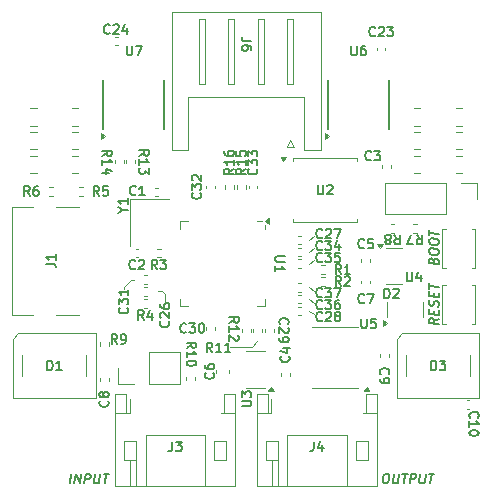
<source format=gbr>
%TF.GenerationSoftware,KiCad,Pcbnew,9.0.0*%
%TF.CreationDate,2025-02-22T01:50:20-08:00*%
%TF.ProjectId,Integrated FOC Stepper Driver,496e7465-6772-4617-9465-6420464f4320,rev?*%
%TF.SameCoordinates,Original*%
%TF.FileFunction,Legend,Top*%
%TF.FilePolarity,Positive*%
%FSLAX46Y46*%
G04 Gerber Fmt 4.6, Leading zero omitted, Abs format (unit mm)*
G04 Created by KiCad (PCBNEW 9.0.0) date 2025-02-22 01:50:20*
%MOMM*%
%LPD*%
G01*
G04 APERTURE LIST*
%ADD10C,0.100000*%
%ADD11C,0.200000*%
%ADD12C,0.150000*%
%ADD13C,0.120000*%
G04 APERTURE END LIST*
D10*
X42850000Y-53350000D02*
X43100000Y-53600000D01*
X39650000Y-52950000D02*
X39650000Y-53150000D01*
X55350000Y-54000000D02*
X55774998Y-54300003D01*
X42500000Y-53350000D02*
X42850000Y-53350000D01*
X40250000Y-52350000D02*
X39650000Y-52950000D01*
X40550000Y-52350000D02*
X40250000Y-52350000D01*
X55350000Y-53000000D02*
X55774998Y-53300003D01*
X55350000Y-49000000D02*
X55775000Y-48700000D01*
X43100000Y-53600000D02*
X43100000Y-54150000D01*
X55350000Y-50000000D02*
X55775000Y-49700000D01*
X55350000Y-54975000D02*
X55774998Y-55275003D01*
X55350000Y-51000000D02*
X55775000Y-50700000D01*
X50500000Y-58025000D02*
X50950000Y-57575000D01*
X48675000Y-58025000D02*
X50500000Y-58025000D01*
D11*
X65872647Y-50738095D02*
X65910742Y-50628571D01*
X65910742Y-50628571D02*
X65948838Y-50595237D01*
X65948838Y-50595237D02*
X66025028Y-50566666D01*
X66025028Y-50566666D02*
X66139314Y-50580952D01*
X66139314Y-50580952D02*
X66215504Y-50628571D01*
X66215504Y-50628571D02*
X66253600Y-50671428D01*
X66253600Y-50671428D02*
X66291695Y-50752380D01*
X66291695Y-50752380D02*
X66291695Y-51057142D01*
X66291695Y-51057142D02*
X65491695Y-50957142D01*
X65491695Y-50957142D02*
X65491695Y-50690476D01*
X65491695Y-50690476D02*
X65529790Y-50619047D01*
X65529790Y-50619047D02*
X65567885Y-50585714D01*
X65567885Y-50585714D02*
X65644076Y-50557142D01*
X65644076Y-50557142D02*
X65720266Y-50566666D01*
X65720266Y-50566666D02*
X65796457Y-50614285D01*
X65796457Y-50614285D02*
X65834552Y-50657142D01*
X65834552Y-50657142D02*
X65872647Y-50738095D01*
X65872647Y-50738095D02*
X65872647Y-51004761D01*
X65491695Y-50004761D02*
X65491695Y-49852380D01*
X65491695Y-49852380D02*
X65529790Y-49780952D01*
X65529790Y-49780952D02*
X65605980Y-49714285D01*
X65605980Y-49714285D02*
X65758361Y-49695237D01*
X65758361Y-49695237D02*
X66025028Y-49728571D01*
X66025028Y-49728571D02*
X66177409Y-49785714D01*
X66177409Y-49785714D02*
X66253600Y-49871428D01*
X66253600Y-49871428D02*
X66291695Y-49952380D01*
X66291695Y-49952380D02*
X66291695Y-50104761D01*
X66291695Y-50104761D02*
X66253600Y-50176190D01*
X66253600Y-50176190D02*
X66177409Y-50242857D01*
X66177409Y-50242857D02*
X66025028Y-50261904D01*
X66025028Y-50261904D02*
X65758361Y-50228571D01*
X65758361Y-50228571D02*
X65605980Y-50171428D01*
X65605980Y-50171428D02*
X65529790Y-50085714D01*
X65529790Y-50085714D02*
X65491695Y-50004761D01*
X65491695Y-49166666D02*
X65491695Y-49014285D01*
X65491695Y-49014285D02*
X65529790Y-48942857D01*
X65529790Y-48942857D02*
X65605980Y-48876190D01*
X65605980Y-48876190D02*
X65758361Y-48857142D01*
X65758361Y-48857142D02*
X66025028Y-48890476D01*
X66025028Y-48890476D02*
X66177409Y-48947619D01*
X66177409Y-48947619D02*
X66253600Y-49033333D01*
X66253600Y-49033333D02*
X66291695Y-49114285D01*
X66291695Y-49114285D02*
X66291695Y-49266666D01*
X66291695Y-49266666D02*
X66253600Y-49338095D01*
X66253600Y-49338095D02*
X66177409Y-49404762D01*
X66177409Y-49404762D02*
X66025028Y-49423809D01*
X66025028Y-49423809D02*
X65758361Y-49390476D01*
X65758361Y-49390476D02*
X65605980Y-49333333D01*
X65605980Y-49333333D02*
X65529790Y-49247619D01*
X65529790Y-49247619D02*
X65491695Y-49166666D01*
X65491695Y-48595238D02*
X65491695Y-48138095D01*
X66291695Y-48466667D02*
X65491695Y-48366667D01*
X66291695Y-55666666D02*
X65910742Y-55885714D01*
X66291695Y-56123809D02*
X65491695Y-56023809D01*
X65491695Y-56023809D02*
X65491695Y-55719047D01*
X65491695Y-55719047D02*
X65529790Y-55647619D01*
X65529790Y-55647619D02*
X65567885Y-55614285D01*
X65567885Y-55614285D02*
X65644076Y-55585714D01*
X65644076Y-55585714D02*
X65758361Y-55600000D01*
X65758361Y-55600000D02*
X65834552Y-55647619D01*
X65834552Y-55647619D02*
X65872647Y-55690476D01*
X65872647Y-55690476D02*
X65910742Y-55771428D01*
X65910742Y-55771428D02*
X65910742Y-56076190D01*
X65872647Y-55271428D02*
X65872647Y-55004762D01*
X66291695Y-54942857D02*
X66291695Y-55323809D01*
X66291695Y-55323809D02*
X65491695Y-55223809D01*
X65491695Y-55223809D02*
X65491695Y-54842857D01*
X66253600Y-54633333D02*
X66291695Y-54523809D01*
X66291695Y-54523809D02*
X66291695Y-54333333D01*
X66291695Y-54333333D02*
X66253600Y-54252380D01*
X66253600Y-54252380D02*
X66215504Y-54209523D01*
X66215504Y-54209523D02*
X66139314Y-54161904D01*
X66139314Y-54161904D02*
X66063123Y-54152380D01*
X66063123Y-54152380D02*
X65986933Y-54180952D01*
X65986933Y-54180952D02*
X65948838Y-54214285D01*
X65948838Y-54214285D02*
X65910742Y-54285714D01*
X65910742Y-54285714D02*
X65872647Y-54433333D01*
X65872647Y-54433333D02*
X65834552Y-54504761D01*
X65834552Y-54504761D02*
X65796457Y-54538094D01*
X65796457Y-54538094D02*
X65720266Y-54566666D01*
X65720266Y-54566666D02*
X65644076Y-54557142D01*
X65644076Y-54557142D02*
X65567885Y-54509523D01*
X65567885Y-54509523D02*
X65529790Y-54466666D01*
X65529790Y-54466666D02*
X65491695Y-54385714D01*
X65491695Y-54385714D02*
X65491695Y-54195237D01*
X65491695Y-54195237D02*
X65529790Y-54085714D01*
X65872647Y-53785713D02*
X65872647Y-53519047D01*
X66291695Y-53457142D02*
X66291695Y-53838094D01*
X66291695Y-53838094D02*
X65491695Y-53738094D01*
X65491695Y-53738094D02*
X65491695Y-53357142D01*
X65491695Y-53128570D02*
X65491695Y-52671427D01*
X66291695Y-52999999D02*
X65491695Y-52899999D01*
D12*
X58046303Y-51862295D02*
X57779636Y-51481342D01*
X57589160Y-51862295D02*
X57589160Y-51062295D01*
X57589160Y-51062295D02*
X57893922Y-51062295D01*
X57893922Y-51062295D02*
X57970112Y-51100390D01*
X57970112Y-51100390D02*
X58008207Y-51138485D01*
X58008207Y-51138485D02*
X58046303Y-51214676D01*
X58046303Y-51214676D02*
X58046303Y-51328961D01*
X58046303Y-51328961D02*
X58008207Y-51405152D01*
X58008207Y-51405152D02*
X57970112Y-51443247D01*
X57970112Y-51443247D02*
X57893922Y-51481342D01*
X57893922Y-51481342D02*
X57589160Y-51481342D01*
X58808207Y-51862295D02*
X58351064Y-51862295D01*
X58579636Y-51862295D02*
X58579636Y-51062295D01*
X58579636Y-51062295D02*
X58503445Y-51176580D01*
X58503445Y-51176580D02*
X58427255Y-51252771D01*
X58427255Y-51252771D02*
X58351064Y-51290866D01*
X44962704Y-58135714D02*
X45343657Y-57869047D01*
X44962704Y-57678571D02*
X45762704Y-57678571D01*
X45762704Y-57678571D02*
X45762704Y-57983333D01*
X45762704Y-57983333D02*
X45724609Y-58059523D01*
X45724609Y-58059523D02*
X45686514Y-58097618D01*
X45686514Y-58097618D02*
X45610323Y-58135714D01*
X45610323Y-58135714D02*
X45496038Y-58135714D01*
X45496038Y-58135714D02*
X45419847Y-58097618D01*
X45419847Y-58097618D02*
X45381752Y-58059523D01*
X45381752Y-58059523D02*
X45343657Y-57983333D01*
X45343657Y-57983333D02*
X45343657Y-57678571D01*
X44962704Y-58897618D02*
X44962704Y-58440475D01*
X44962704Y-58669047D02*
X45762704Y-58669047D01*
X45762704Y-58669047D02*
X45648419Y-58592856D01*
X45648419Y-58592856D02*
X45572228Y-58516666D01*
X45572228Y-58516666D02*
X45534133Y-58440475D01*
X45762704Y-59392857D02*
X45762704Y-59469047D01*
X45762704Y-59469047D02*
X45724609Y-59545238D01*
X45724609Y-59545238D02*
X45686514Y-59583333D01*
X45686514Y-59583333D02*
X45610323Y-59621428D01*
X45610323Y-59621428D02*
X45457942Y-59659523D01*
X45457942Y-59659523D02*
X45267466Y-59659523D01*
X45267466Y-59659523D02*
X45115085Y-59621428D01*
X45115085Y-59621428D02*
X45038895Y-59583333D01*
X45038895Y-59583333D02*
X45000800Y-59545238D01*
X45000800Y-59545238D02*
X44962704Y-59469047D01*
X44962704Y-59469047D02*
X44962704Y-59392857D01*
X44962704Y-59392857D02*
X45000800Y-59316666D01*
X45000800Y-59316666D02*
X45038895Y-59278571D01*
X45038895Y-59278571D02*
X45115085Y-59240476D01*
X45115085Y-59240476D02*
X45267466Y-59202380D01*
X45267466Y-59202380D02*
X45457942Y-59202380D01*
X45457942Y-59202380D02*
X45610323Y-59240476D01*
X45610323Y-59240476D02*
X45686514Y-59278571D01*
X45686514Y-59278571D02*
X45724609Y-59316666D01*
X45724609Y-59316666D02*
X45762704Y-59392857D01*
X47135714Y-58487295D02*
X46869047Y-58106342D01*
X46678571Y-58487295D02*
X46678571Y-57687295D01*
X46678571Y-57687295D02*
X46983333Y-57687295D01*
X46983333Y-57687295D02*
X47059523Y-57725390D01*
X47059523Y-57725390D02*
X47097618Y-57763485D01*
X47097618Y-57763485D02*
X47135714Y-57839676D01*
X47135714Y-57839676D02*
X47135714Y-57953961D01*
X47135714Y-57953961D02*
X47097618Y-58030152D01*
X47097618Y-58030152D02*
X47059523Y-58068247D01*
X47059523Y-58068247D02*
X46983333Y-58106342D01*
X46983333Y-58106342D02*
X46678571Y-58106342D01*
X47897618Y-58487295D02*
X47440475Y-58487295D01*
X47669047Y-58487295D02*
X47669047Y-57687295D01*
X47669047Y-57687295D02*
X47592856Y-57801580D01*
X47592856Y-57801580D02*
X47516666Y-57877771D01*
X47516666Y-57877771D02*
X47440475Y-57915866D01*
X48659523Y-58487295D02*
X48202380Y-58487295D01*
X48430952Y-58487295D02*
X48430952Y-57687295D01*
X48430952Y-57687295D02*
X48354761Y-57801580D01*
X48354761Y-57801580D02*
X48278571Y-57877771D01*
X48278571Y-57877771D02*
X48202380Y-57915866D01*
X62533332Y-48537704D02*
X62799999Y-48918657D01*
X62990475Y-48537704D02*
X62990475Y-49337704D01*
X62990475Y-49337704D02*
X62685713Y-49337704D01*
X62685713Y-49337704D02*
X62609523Y-49299609D01*
X62609523Y-49299609D02*
X62571428Y-49261514D01*
X62571428Y-49261514D02*
X62533332Y-49185323D01*
X62533332Y-49185323D02*
X62533332Y-49071038D01*
X62533332Y-49071038D02*
X62571428Y-48994847D01*
X62571428Y-48994847D02*
X62609523Y-48956752D01*
X62609523Y-48956752D02*
X62685713Y-48918657D01*
X62685713Y-48918657D02*
X62990475Y-48918657D01*
X62076190Y-48994847D02*
X62152380Y-49032942D01*
X62152380Y-49032942D02*
X62190475Y-49071038D01*
X62190475Y-49071038D02*
X62228571Y-49147228D01*
X62228571Y-49147228D02*
X62228571Y-49185323D01*
X62228571Y-49185323D02*
X62190475Y-49261514D01*
X62190475Y-49261514D02*
X62152380Y-49299609D01*
X62152380Y-49299609D02*
X62076190Y-49337704D01*
X62076190Y-49337704D02*
X61923809Y-49337704D01*
X61923809Y-49337704D02*
X61847618Y-49299609D01*
X61847618Y-49299609D02*
X61809523Y-49261514D01*
X61809523Y-49261514D02*
X61771428Y-49185323D01*
X61771428Y-49185323D02*
X61771428Y-49147228D01*
X61771428Y-49147228D02*
X61809523Y-49071038D01*
X61809523Y-49071038D02*
X61847618Y-49032942D01*
X61847618Y-49032942D02*
X61923809Y-48994847D01*
X61923809Y-48994847D02*
X62076190Y-48994847D01*
X62076190Y-48994847D02*
X62152380Y-48956752D01*
X62152380Y-48956752D02*
X62190475Y-48918657D01*
X62190475Y-48918657D02*
X62228571Y-48842466D01*
X62228571Y-48842466D02*
X62228571Y-48690085D01*
X62228571Y-48690085D02*
X62190475Y-48613895D01*
X62190475Y-48613895D02*
X62152380Y-48575800D01*
X62152380Y-48575800D02*
X62076190Y-48537704D01*
X62076190Y-48537704D02*
X61923809Y-48537704D01*
X61923809Y-48537704D02*
X61847618Y-48575800D01*
X61847618Y-48575800D02*
X61809523Y-48613895D01*
X61809523Y-48613895D02*
X61771428Y-48690085D01*
X61771428Y-48690085D02*
X61771428Y-48842466D01*
X61771428Y-48842466D02*
X61809523Y-48918657D01*
X61809523Y-48918657D02*
X61847618Y-48956752D01*
X61847618Y-48956752D02*
X61923809Y-48994847D01*
X61413895Y-60366667D02*
X61375800Y-60328571D01*
X61375800Y-60328571D02*
X61337704Y-60214286D01*
X61337704Y-60214286D02*
X61337704Y-60138095D01*
X61337704Y-60138095D02*
X61375800Y-60023809D01*
X61375800Y-60023809D02*
X61451990Y-59947619D01*
X61451990Y-59947619D02*
X61528180Y-59909524D01*
X61528180Y-59909524D02*
X61680561Y-59871428D01*
X61680561Y-59871428D02*
X61794847Y-59871428D01*
X61794847Y-59871428D02*
X61947228Y-59909524D01*
X61947228Y-59909524D02*
X62023419Y-59947619D01*
X62023419Y-59947619D02*
X62099609Y-60023809D01*
X62099609Y-60023809D02*
X62137704Y-60138095D01*
X62137704Y-60138095D02*
X62137704Y-60214286D01*
X62137704Y-60214286D02*
X62099609Y-60328571D01*
X62099609Y-60328571D02*
X62061514Y-60366667D01*
X61337704Y-60747619D02*
X61337704Y-60900000D01*
X61337704Y-60900000D02*
X61375800Y-60976190D01*
X61375800Y-60976190D02*
X61413895Y-61014286D01*
X61413895Y-61014286D02*
X61528180Y-61090476D01*
X61528180Y-61090476D02*
X61680561Y-61128571D01*
X61680561Y-61128571D02*
X61985323Y-61128571D01*
X61985323Y-61128571D02*
X62061514Y-61090476D01*
X62061514Y-61090476D02*
X62099609Y-61052381D01*
X62099609Y-61052381D02*
X62137704Y-60976190D01*
X62137704Y-60976190D02*
X62137704Y-60823809D01*
X62137704Y-60823809D02*
X62099609Y-60747619D01*
X62099609Y-60747619D02*
X62061514Y-60709524D01*
X62061514Y-60709524D02*
X61985323Y-60671428D01*
X61985323Y-60671428D02*
X61794847Y-60671428D01*
X61794847Y-60671428D02*
X61718657Y-60709524D01*
X61718657Y-60709524D02*
X61680561Y-60747619D01*
X61680561Y-60747619D02*
X61642466Y-60823809D01*
X61642466Y-60823809D02*
X61642466Y-60976190D01*
X61642466Y-60976190D02*
X61680561Y-61052381D01*
X61680561Y-61052381D02*
X61718657Y-61090476D01*
X61718657Y-61090476D02*
X61794847Y-61128571D01*
X33159524Y-60012295D02*
X33159524Y-59212295D01*
X33159524Y-59212295D02*
X33350000Y-59212295D01*
X33350000Y-59212295D02*
X33464286Y-59250390D01*
X33464286Y-59250390D02*
X33540476Y-59326580D01*
X33540476Y-59326580D02*
X33578571Y-59402771D01*
X33578571Y-59402771D02*
X33616667Y-59555152D01*
X33616667Y-59555152D02*
X33616667Y-59669438D01*
X33616667Y-59669438D02*
X33578571Y-59821819D01*
X33578571Y-59821819D02*
X33540476Y-59898009D01*
X33540476Y-59898009D02*
X33464286Y-59974200D01*
X33464286Y-59974200D02*
X33350000Y-60012295D01*
X33350000Y-60012295D02*
X33159524Y-60012295D01*
X34378571Y-60012295D02*
X33921428Y-60012295D01*
X34150000Y-60012295D02*
X34150000Y-59212295D01*
X34150000Y-59212295D02*
X34073809Y-59326580D01*
X34073809Y-59326580D02*
X33997619Y-59402771D01*
X33997619Y-59402771D02*
X33921428Y-59440866D01*
X56446303Y-49786104D02*
X56408207Y-49824200D01*
X56408207Y-49824200D02*
X56293922Y-49862295D01*
X56293922Y-49862295D02*
X56217731Y-49862295D01*
X56217731Y-49862295D02*
X56103445Y-49824200D01*
X56103445Y-49824200D02*
X56027255Y-49748009D01*
X56027255Y-49748009D02*
X55989160Y-49671819D01*
X55989160Y-49671819D02*
X55951064Y-49519438D01*
X55951064Y-49519438D02*
X55951064Y-49405152D01*
X55951064Y-49405152D02*
X55989160Y-49252771D01*
X55989160Y-49252771D02*
X56027255Y-49176580D01*
X56027255Y-49176580D02*
X56103445Y-49100390D01*
X56103445Y-49100390D02*
X56217731Y-49062295D01*
X56217731Y-49062295D02*
X56293922Y-49062295D01*
X56293922Y-49062295D02*
X56408207Y-49100390D01*
X56408207Y-49100390D02*
X56446303Y-49138485D01*
X56712969Y-49062295D02*
X57208207Y-49062295D01*
X57208207Y-49062295D02*
X56941541Y-49367057D01*
X56941541Y-49367057D02*
X57055826Y-49367057D01*
X57055826Y-49367057D02*
X57132017Y-49405152D01*
X57132017Y-49405152D02*
X57170112Y-49443247D01*
X57170112Y-49443247D02*
X57208207Y-49519438D01*
X57208207Y-49519438D02*
X57208207Y-49709914D01*
X57208207Y-49709914D02*
X57170112Y-49786104D01*
X57170112Y-49786104D02*
X57132017Y-49824200D01*
X57132017Y-49824200D02*
X57055826Y-49862295D01*
X57055826Y-49862295D02*
X56827255Y-49862295D01*
X56827255Y-49862295D02*
X56751064Y-49824200D01*
X56751064Y-49824200D02*
X56712969Y-49786104D01*
X57893922Y-49328961D02*
X57893922Y-49862295D01*
X57703446Y-49024200D02*
X57512969Y-49595628D01*
X57512969Y-49595628D02*
X58008208Y-49595628D01*
X56446303Y-53786104D02*
X56408207Y-53824200D01*
X56408207Y-53824200D02*
X56293922Y-53862295D01*
X56293922Y-53862295D02*
X56217731Y-53862295D01*
X56217731Y-53862295D02*
X56103445Y-53824200D01*
X56103445Y-53824200D02*
X56027255Y-53748009D01*
X56027255Y-53748009D02*
X55989160Y-53671819D01*
X55989160Y-53671819D02*
X55951064Y-53519438D01*
X55951064Y-53519438D02*
X55951064Y-53405152D01*
X55951064Y-53405152D02*
X55989160Y-53252771D01*
X55989160Y-53252771D02*
X56027255Y-53176580D01*
X56027255Y-53176580D02*
X56103445Y-53100390D01*
X56103445Y-53100390D02*
X56217731Y-53062295D01*
X56217731Y-53062295D02*
X56293922Y-53062295D01*
X56293922Y-53062295D02*
X56408207Y-53100390D01*
X56408207Y-53100390D02*
X56446303Y-53138485D01*
X56712969Y-53062295D02*
X57208207Y-53062295D01*
X57208207Y-53062295D02*
X56941541Y-53367057D01*
X56941541Y-53367057D02*
X57055826Y-53367057D01*
X57055826Y-53367057D02*
X57132017Y-53405152D01*
X57132017Y-53405152D02*
X57170112Y-53443247D01*
X57170112Y-53443247D02*
X57208207Y-53519438D01*
X57208207Y-53519438D02*
X57208207Y-53709914D01*
X57208207Y-53709914D02*
X57170112Y-53786104D01*
X57170112Y-53786104D02*
X57132017Y-53824200D01*
X57132017Y-53824200D02*
X57055826Y-53862295D01*
X57055826Y-53862295D02*
X56827255Y-53862295D01*
X56827255Y-53862295D02*
X56751064Y-53824200D01*
X56751064Y-53824200D02*
X56712969Y-53786104D01*
X57474874Y-53062295D02*
X58008208Y-53062295D01*
X58008208Y-53062295D02*
X57665350Y-53862295D01*
X56446303Y-48786104D02*
X56408207Y-48824200D01*
X56408207Y-48824200D02*
X56293922Y-48862295D01*
X56293922Y-48862295D02*
X56217731Y-48862295D01*
X56217731Y-48862295D02*
X56103445Y-48824200D01*
X56103445Y-48824200D02*
X56027255Y-48748009D01*
X56027255Y-48748009D02*
X55989160Y-48671819D01*
X55989160Y-48671819D02*
X55951064Y-48519438D01*
X55951064Y-48519438D02*
X55951064Y-48405152D01*
X55951064Y-48405152D02*
X55989160Y-48252771D01*
X55989160Y-48252771D02*
X56027255Y-48176580D01*
X56027255Y-48176580D02*
X56103445Y-48100390D01*
X56103445Y-48100390D02*
X56217731Y-48062295D01*
X56217731Y-48062295D02*
X56293922Y-48062295D01*
X56293922Y-48062295D02*
X56408207Y-48100390D01*
X56408207Y-48100390D02*
X56446303Y-48138485D01*
X56751064Y-48138485D02*
X56789160Y-48100390D01*
X56789160Y-48100390D02*
X56865350Y-48062295D01*
X56865350Y-48062295D02*
X57055826Y-48062295D01*
X57055826Y-48062295D02*
X57132017Y-48100390D01*
X57132017Y-48100390D02*
X57170112Y-48138485D01*
X57170112Y-48138485D02*
X57208207Y-48214676D01*
X57208207Y-48214676D02*
X57208207Y-48290866D01*
X57208207Y-48290866D02*
X57170112Y-48405152D01*
X57170112Y-48405152D02*
X56712969Y-48862295D01*
X56712969Y-48862295D02*
X57208207Y-48862295D01*
X57474874Y-48062295D02*
X58008208Y-48062295D01*
X58008208Y-48062295D02*
X57665350Y-48862295D01*
X53267704Y-50390476D02*
X52620085Y-50390476D01*
X52620085Y-50390476D02*
X52543895Y-50428571D01*
X52543895Y-50428571D02*
X52505800Y-50466666D01*
X52505800Y-50466666D02*
X52467704Y-50542857D01*
X52467704Y-50542857D02*
X52467704Y-50695238D01*
X52467704Y-50695238D02*
X52505800Y-50771428D01*
X52505800Y-50771428D02*
X52543895Y-50809523D01*
X52543895Y-50809523D02*
X52620085Y-50847619D01*
X52620085Y-50847619D02*
X53267704Y-50847619D01*
X52467704Y-51647618D02*
X52467704Y-51190475D01*
X52467704Y-51419047D02*
X53267704Y-51419047D01*
X53267704Y-51419047D02*
X53153419Y-51342856D01*
X53153419Y-51342856D02*
X53077228Y-51266666D01*
X53077228Y-51266666D02*
X53039133Y-51190475D01*
X59765476Y-55662295D02*
X59765476Y-56309914D01*
X59765476Y-56309914D02*
X59803571Y-56386104D01*
X59803571Y-56386104D02*
X59841666Y-56424200D01*
X59841666Y-56424200D02*
X59917857Y-56462295D01*
X59917857Y-56462295D02*
X60070238Y-56462295D01*
X60070238Y-56462295D02*
X60146428Y-56424200D01*
X60146428Y-56424200D02*
X60184523Y-56386104D01*
X60184523Y-56386104D02*
X60222619Y-56309914D01*
X60222619Y-56309914D02*
X60222619Y-55662295D01*
X60984523Y-55662295D02*
X60603571Y-55662295D01*
X60603571Y-55662295D02*
X60565475Y-56043247D01*
X60565475Y-56043247D02*
X60603571Y-56005152D01*
X60603571Y-56005152D02*
X60679761Y-55967057D01*
X60679761Y-55967057D02*
X60870237Y-55967057D01*
X60870237Y-55967057D02*
X60946428Y-56005152D01*
X60946428Y-56005152D02*
X60984523Y-56043247D01*
X60984523Y-56043247D02*
X61022618Y-56119438D01*
X61022618Y-56119438D02*
X61022618Y-56309914D01*
X61022618Y-56309914D02*
X60984523Y-56386104D01*
X60984523Y-56386104D02*
X60946428Y-56424200D01*
X60946428Y-56424200D02*
X60870237Y-56462295D01*
X60870237Y-56462295D02*
X60679761Y-56462295D01*
X60679761Y-56462295D02*
X60603571Y-56424200D01*
X60603571Y-56424200D02*
X60565475Y-56386104D01*
X38465125Y-31476104D02*
X38427029Y-31514200D01*
X38427029Y-31514200D02*
X38312744Y-31552295D01*
X38312744Y-31552295D02*
X38236553Y-31552295D01*
X38236553Y-31552295D02*
X38122267Y-31514200D01*
X38122267Y-31514200D02*
X38046077Y-31438009D01*
X38046077Y-31438009D02*
X38007982Y-31361819D01*
X38007982Y-31361819D02*
X37969886Y-31209438D01*
X37969886Y-31209438D02*
X37969886Y-31095152D01*
X37969886Y-31095152D02*
X38007982Y-30942771D01*
X38007982Y-30942771D02*
X38046077Y-30866580D01*
X38046077Y-30866580D02*
X38122267Y-30790390D01*
X38122267Y-30790390D02*
X38236553Y-30752295D01*
X38236553Y-30752295D02*
X38312744Y-30752295D01*
X38312744Y-30752295D02*
X38427029Y-30790390D01*
X38427029Y-30790390D02*
X38465125Y-30828485D01*
X38769886Y-30828485D02*
X38807982Y-30790390D01*
X38807982Y-30790390D02*
X38884172Y-30752295D01*
X38884172Y-30752295D02*
X39074648Y-30752295D01*
X39074648Y-30752295D02*
X39150839Y-30790390D01*
X39150839Y-30790390D02*
X39188934Y-30828485D01*
X39188934Y-30828485D02*
X39227029Y-30904676D01*
X39227029Y-30904676D02*
X39227029Y-30980866D01*
X39227029Y-30980866D02*
X39188934Y-31095152D01*
X39188934Y-31095152D02*
X38731791Y-31552295D01*
X38731791Y-31552295D02*
X39227029Y-31552295D01*
X39912744Y-31018961D02*
X39912744Y-31552295D01*
X39722268Y-30714200D02*
X39531791Y-31285628D01*
X39531791Y-31285628D02*
X40027030Y-31285628D01*
X50886104Y-42953696D02*
X50924200Y-42991792D01*
X50924200Y-42991792D02*
X50962295Y-43106077D01*
X50962295Y-43106077D02*
X50962295Y-43182268D01*
X50962295Y-43182268D02*
X50924200Y-43296554D01*
X50924200Y-43296554D02*
X50848009Y-43372744D01*
X50848009Y-43372744D02*
X50771819Y-43410839D01*
X50771819Y-43410839D02*
X50619438Y-43448935D01*
X50619438Y-43448935D02*
X50505152Y-43448935D01*
X50505152Y-43448935D02*
X50352771Y-43410839D01*
X50352771Y-43410839D02*
X50276580Y-43372744D01*
X50276580Y-43372744D02*
X50200390Y-43296554D01*
X50200390Y-43296554D02*
X50162295Y-43182268D01*
X50162295Y-43182268D02*
X50162295Y-43106077D01*
X50162295Y-43106077D02*
X50200390Y-42991792D01*
X50200390Y-42991792D02*
X50238485Y-42953696D01*
X50162295Y-42687030D02*
X50162295Y-42191792D01*
X50162295Y-42191792D02*
X50467057Y-42458458D01*
X50467057Y-42458458D02*
X50467057Y-42344173D01*
X50467057Y-42344173D02*
X50505152Y-42267982D01*
X50505152Y-42267982D02*
X50543247Y-42229887D01*
X50543247Y-42229887D02*
X50619438Y-42191792D01*
X50619438Y-42191792D02*
X50809914Y-42191792D01*
X50809914Y-42191792D02*
X50886104Y-42229887D01*
X50886104Y-42229887D02*
X50924200Y-42267982D01*
X50924200Y-42267982D02*
X50962295Y-42344173D01*
X50962295Y-42344173D02*
X50962295Y-42572744D01*
X50962295Y-42572744D02*
X50924200Y-42648935D01*
X50924200Y-42648935D02*
X50886104Y-42687030D01*
X50162295Y-41925125D02*
X50162295Y-41429887D01*
X50162295Y-41429887D02*
X50467057Y-41696553D01*
X50467057Y-41696553D02*
X50467057Y-41582268D01*
X50467057Y-41582268D02*
X50505152Y-41506077D01*
X50505152Y-41506077D02*
X50543247Y-41467982D01*
X50543247Y-41467982D02*
X50619438Y-41429887D01*
X50619438Y-41429887D02*
X50809914Y-41429887D01*
X50809914Y-41429887D02*
X50886104Y-41467982D01*
X50886104Y-41467982D02*
X50924200Y-41506077D01*
X50924200Y-41506077D02*
X50962295Y-41582268D01*
X50962295Y-41582268D02*
X50962295Y-41810839D01*
X50962295Y-41810839D02*
X50924200Y-41887030D01*
X50924200Y-41887030D02*
X50886104Y-41925125D01*
X37546303Y-45237295D02*
X37279636Y-44856342D01*
X37089160Y-45237295D02*
X37089160Y-44437295D01*
X37089160Y-44437295D02*
X37393922Y-44437295D01*
X37393922Y-44437295D02*
X37470112Y-44475390D01*
X37470112Y-44475390D02*
X37508207Y-44513485D01*
X37508207Y-44513485D02*
X37546303Y-44589676D01*
X37546303Y-44589676D02*
X37546303Y-44703961D01*
X37546303Y-44703961D02*
X37508207Y-44780152D01*
X37508207Y-44780152D02*
X37470112Y-44818247D01*
X37470112Y-44818247D02*
X37393922Y-44856342D01*
X37393922Y-44856342D02*
X37089160Y-44856342D01*
X38270112Y-44437295D02*
X37889160Y-44437295D01*
X37889160Y-44437295D02*
X37851064Y-44818247D01*
X37851064Y-44818247D02*
X37889160Y-44780152D01*
X37889160Y-44780152D02*
X37965350Y-44742057D01*
X37965350Y-44742057D02*
X38155826Y-44742057D01*
X38155826Y-44742057D02*
X38232017Y-44780152D01*
X38232017Y-44780152D02*
X38270112Y-44818247D01*
X38270112Y-44818247D02*
X38308207Y-44894438D01*
X38308207Y-44894438D02*
X38308207Y-45084914D01*
X38308207Y-45084914D02*
X38270112Y-45161104D01*
X38270112Y-45161104D02*
X38232017Y-45199200D01*
X38232017Y-45199200D02*
X38155826Y-45237295D01*
X38155826Y-45237295D02*
X37965350Y-45237295D01*
X37965350Y-45237295D02*
X37889160Y-45199200D01*
X37889160Y-45199200D02*
X37851064Y-45161104D01*
X33062295Y-51016666D02*
X33633723Y-51016666D01*
X33633723Y-51016666D02*
X33748009Y-51054761D01*
X33748009Y-51054761D02*
X33824200Y-51130952D01*
X33824200Y-51130952D02*
X33862295Y-51245237D01*
X33862295Y-51245237D02*
X33862295Y-51321428D01*
X33862295Y-50216666D02*
X33862295Y-50673809D01*
X33862295Y-50445237D02*
X33062295Y-50445237D01*
X33062295Y-50445237D02*
X33176580Y-50521428D01*
X33176580Y-50521428D02*
X33252771Y-50597618D01*
X33252771Y-50597618D02*
X33290866Y-50673809D01*
X60591667Y-42186104D02*
X60553571Y-42224200D01*
X60553571Y-42224200D02*
X60439286Y-42262295D01*
X60439286Y-42262295D02*
X60363095Y-42262295D01*
X60363095Y-42262295D02*
X60248809Y-42224200D01*
X60248809Y-42224200D02*
X60172619Y-42148009D01*
X60172619Y-42148009D02*
X60134524Y-42071819D01*
X60134524Y-42071819D02*
X60096428Y-41919438D01*
X60096428Y-41919438D02*
X60096428Y-41805152D01*
X60096428Y-41805152D02*
X60134524Y-41652771D01*
X60134524Y-41652771D02*
X60172619Y-41576580D01*
X60172619Y-41576580D02*
X60248809Y-41500390D01*
X60248809Y-41500390D02*
X60363095Y-41462295D01*
X60363095Y-41462295D02*
X60439286Y-41462295D01*
X60439286Y-41462295D02*
X60553571Y-41500390D01*
X60553571Y-41500390D02*
X60591667Y-41538485D01*
X60858333Y-41462295D02*
X61353571Y-41462295D01*
X61353571Y-41462295D02*
X61086905Y-41767057D01*
X61086905Y-41767057D02*
X61201190Y-41767057D01*
X61201190Y-41767057D02*
X61277381Y-41805152D01*
X61277381Y-41805152D02*
X61315476Y-41843247D01*
X61315476Y-41843247D02*
X61353571Y-41919438D01*
X61353571Y-41919438D02*
X61353571Y-42109914D01*
X61353571Y-42109914D02*
X61315476Y-42186104D01*
X61315476Y-42186104D02*
X61277381Y-42224200D01*
X61277381Y-42224200D02*
X61201190Y-42262295D01*
X61201190Y-42262295D02*
X60972619Y-42262295D01*
X60972619Y-42262295D02*
X60896428Y-42224200D01*
X60896428Y-42224200D02*
X60858333Y-42186104D01*
X58890476Y-32562295D02*
X58890476Y-33209914D01*
X58890476Y-33209914D02*
X58928571Y-33286104D01*
X58928571Y-33286104D02*
X58966666Y-33324200D01*
X58966666Y-33324200D02*
X59042857Y-33362295D01*
X59042857Y-33362295D02*
X59195238Y-33362295D01*
X59195238Y-33362295D02*
X59271428Y-33324200D01*
X59271428Y-33324200D02*
X59309523Y-33286104D01*
X59309523Y-33286104D02*
X59347619Y-33209914D01*
X59347619Y-33209914D02*
X59347619Y-32562295D01*
X60071428Y-32562295D02*
X59919047Y-32562295D01*
X59919047Y-32562295D02*
X59842856Y-32600390D01*
X59842856Y-32600390D02*
X59804761Y-32638485D01*
X59804761Y-32638485D02*
X59728571Y-32752771D01*
X59728571Y-32752771D02*
X59690475Y-32905152D01*
X59690475Y-32905152D02*
X59690475Y-33209914D01*
X59690475Y-33209914D02*
X59728571Y-33286104D01*
X59728571Y-33286104D02*
X59766666Y-33324200D01*
X59766666Y-33324200D02*
X59842856Y-33362295D01*
X59842856Y-33362295D02*
X59995237Y-33362295D01*
X59995237Y-33362295D02*
X60071428Y-33324200D01*
X60071428Y-33324200D02*
X60109523Y-33286104D01*
X60109523Y-33286104D02*
X60147618Y-33209914D01*
X60147618Y-33209914D02*
X60147618Y-33019438D01*
X60147618Y-33019438D02*
X60109523Y-32943247D01*
X60109523Y-32943247D02*
X60071428Y-32905152D01*
X60071428Y-32905152D02*
X59995237Y-32867057D01*
X59995237Y-32867057D02*
X59842856Y-32867057D01*
X59842856Y-32867057D02*
X59766666Y-32905152D01*
X59766666Y-32905152D02*
X59728571Y-32943247D01*
X59728571Y-32943247D02*
X59690475Y-33019438D01*
X56446303Y-50786104D02*
X56408207Y-50824200D01*
X56408207Y-50824200D02*
X56293922Y-50862295D01*
X56293922Y-50862295D02*
X56217731Y-50862295D01*
X56217731Y-50862295D02*
X56103445Y-50824200D01*
X56103445Y-50824200D02*
X56027255Y-50748009D01*
X56027255Y-50748009D02*
X55989160Y-50671819D01*
X55989160Y-50671819D02*
X55951064Y-50519438D01*
X55951064Y-50519438D02*
X55951064Y-50405152D01*
X55951064Y-50405152D02*
X55989160Y-50252771D01*
X55989160Y-50252771D02*
X56027255Y-50176580D01*
X56027255Y-50176580D02*
X56103445Y-50100390D01*
X56103445Y-50100390D02*
X56217731Y-50062295D01*
X56217731Y-50062295D02*
X56293922Y-50062295D01*
X56293922Y-50062295D02*
X56408207Y-50100390D01*
X56408207Y-50100390D02*
X56446303Y-50138485D01*
X56712969Y-50062295D02*
X57208207Y-50062295D01*
X57208207Y-50062295D02*
X56941541Y-50367057D01*
X56941541Y-50367057D02*
X57055826Y-50367057D01*
X57055826Y-50367057D02*
X57132017Y-50405152D01*
X57132017Y-50405152D02*
X57170112Y-50443247D01*
X57170112Y-50443247D02*
X57208207Y-50519438D01*
X57208207Y-50519438D02*
X57208207Y-50709914D01*
X57208207Y-50709914D02*
X57170112Y-50786104D01*
X57170112Y-50786104D02*
X57132017Y-50824200D01*
X57132017Y-50824200D02*
X57055826Y-50862295D01*
X57055826Y-50862295D02*
X56827255Y-50862295D01*
X56827255Y-50862295D02*
X56751064Y-50824200D01*
X56751064Y-50824200D02*
X56712969Y-50786104D01*
X57932017Y-50062295D02*
X57551065Y-50062295D01*
X57551065Y-50062295D02*
X57512969Y-50443247D01*
X57512969Y-50443247D02*
X57551065Y-50405152D01*
X57551065Y-50405152D02*
X57627255Y-50367057D01*
X57627255Y-50367057D02*
X57817731Y-50367057D01*
X57817731Y-50367057D02*
X57893922Y-50405152D01*
X57893922Y-50405152D02*
X57932017Y-50443247D01*
X57932017Y-50443247D02*
X57970112Y-50519438D01*
X57970112Y-50519438D02*
X57970112Y-50709914D01*
X57970112Y-50709914D02*
X57932017Y-50786104D01*
X57932017Y-50786104D02*
X57893922Y-50824200D01*
X57893922Y-50824200D02*
X57817731Y-50862295D01*
X57817731Y-50862295D02*
X57627255Y-50862295D01*
X57627255Y-50862295D02*
X57551065Y-50824200D01*
X57551065Y-50824200D02*
X57512969Y-50786104D01*
X40611667Y-51386104D02*
X40573571Y-51424200D01*
X40573571Y-51424200D02*
X40459286Y-51462295D01*
X40459286Y-51462295D02*
X40383095Y-51462295D01*
X40383095Y-51462295D02*
X40268809Y-51424200D01*
X40268809Y-51424200D02*
X40192619Y-51348009D01*
X40192619Y-51348009D02*
X40154524Y-51271819D01*
X40154524Y-51271819D02*
X40116428Y-51119438D01*
X40116428Y-51119438D02*
X40116428Y-51005152D01*
X40116428Y-51005152D02*
X40154524Y-50852771D01*
X40154524Y-50852771D02*
X40192619Y-50776580D01*
X40192619Y-50776580D02*
X40268809Y-50700390D01*
X40268809Y-50700390D02*
X40383095Y-50662295D01*
X40383095Y-50662295D02*
X40459286Y-50662295D01*
X40459286Y-50662295D02*
X40573571Y-50700390D01*
X40573571Y-50700390D02*
X40611667Y-50738485D01*
X40916428Y-50738485D02*
X40954524Y-50700390D01*
X40954524Y-50700390D02*
X41030714Y-50662295D01*
X41030714Y-50662295D02*
X41221190Y-50662295D01*
X41221190Y-50662295D02*
X41297381Y-50700390D01*
X41297381Y-50700390D02*
X41335476Y-50738485D01*
X41335476Y-50738485D02*
X41373571Y-50814676D01*
X41373571Y-50814676D02*
X41373571Y-50890866D01*
X41373571Y-50890866D02*
X41335476Y-51005152D01*
X41335476Y-51005152D02*
X40878333Y-51462295D01*
X40878333Y-51462295D02*
X41373571Y-51462295D01*
X52873895Y-56135714D02*
X52835800Y-56097618D01*
X52835800Y-56097618D02*
X52797704Y-55983333D01*
X52797704Y-55983333D02*
X52797704Y-55907142D01*
X52797704Y-55907142D02*
X52835800Y-55792856D01*
X52835800Y-55792856D02*
X52911990Y-55716666D01*
X52911990Y-55716666D02*
X52988180Y-55678571D01*
X52988180Y-55678571D02*
X53140561Y-55640475D01*
X53140561Y-55640475D02*
X53254847Y-55640475D01*
X53254847Y-55640475D02*
X53407228Y-55678571D01*
X53407228Y-55678571D02*
X53483419Y-55716666D01*
X53483419Y-55716666D02*
X53559609Y-55792856D01*
X53559609Y-55792856D02*
X53597704Y-55907142D01*
X53597704Y-55907142D02*
X53597704Y-55983333D01*
X53597704Y-55983333D02*
X53559609Y-56097618D01*
X53559609Y-56097618D02*
X53521514Y-56135714D01*
X53521514Y-56440475D02*
X53559609Y-56478571D01*
X53559609Y-56478571D02*
X53597704Y-56554761D01*
X53597704Y-56554761D02*
X53597704Y-56745237D01*
X53597704Y-56745237D02*
X53559609Y-56821428D01*
X53559609Y-56821428D02*
X53521514Y-56859523D01*
X53521514Y-56859523D02*
X53445323Y-56897618D01*
X53445323Y-56897618D02*
X53369133Y-56897618D01*
X53369133Y-56897618D02*
X53254847Y-56859523D01*
X53254847Y-56859523D02*
X52797704Y-56402380D01*
X52797704Y-56402380D02*
X52797704Y-56897618D01*
X52797704Y-57278571D02*
X52797704Y-57430952D01*
X52797704Y-57430952D02*
X52835800Y-57507142D01*
X52835800Y-57507142D02*
X52873895Y-57545238D01*
X52873895Y-57545238D02*
X52988180Y-57621428D01*
X52988180Y-57621428D02*
X53140561Y-57659523D01*
X53140561Y-57659523D02*
X53445323Y-57659523D01*
X53445323Y-57659523D02*
X53521514Y-57621428D01*
X53521514Y-57621428D02*
X53559609Y-57583333D01*
X53559609Y-57583333D02*
X53597704Y-57507142D01*
X53597704Y-57507142D02*
X53597704Y-57354761D01*
X53597704Y-57354761D02*
X53559609Y-57278571D01*
X53559609Y-57278571D02*
X53521514Y-57240476D01*
X53521514Y-57240476D02*
X53445323Y-57202380D01*
X53445323Y-57202380D02*
X53254847Y-57202380D01*
X53254847Y-57202380D02*
X53178657Y-57240476D01*
X53178657Y-57240476D02*
X53140561Y-57278571D01*
X53140561Y-57278571D02*
X53102466Y-57354761D01*
X53102466Y-57354761D02*
X53102466Y-57507142D01*
X53102466Y-57507142D02*
X53140561Y-57583333D01*
X53140561Y-57583333D02*
X53178657Y-57621428D01*
X53178657Y-57621428D02*
X53254847Y-57659523D01*
X40666667Y-45136104D02*
X40628571Y-45174200D01*
X40628571Y-45174200D02*
X40514286Y-45212295D01*
X40514286Y-45212295D02*
X40438095Y-45212295D01*
X40438095Y-45212295D02*
X40323809Y-45174200D01*
X40323809Y-45174200D02*
X40247619Y-45098009D01*
X40247619Y-45098009D02*
X40209524Y-45021819D01*
X40209524Y-45021819D02*
X40171428Y-44869438D01*
X40171428Y-44869438D02*
X40171428Y-44755152D01*
X40171428Y-44755152D02*
X40209524Y-44602771D01*
X40209524Y-44602771D02*
X40247619Y-44526580D01*
X40247619Y-44526580D02*
X40323809Y-44450390D01*
X40323809Y-44450390D02*
X40438095Y-44412295D01*
X40438095Y-44412295D02*
X40514286Y-44412295D01*
X40514286Y-44412295D02*
X40628571Y-44450390D01*
X40628571Y-44450390D02*
X40666667Y-44488485D01*
X41428571Y-45212295D02*
X40971428Y-45212295D01*
X41200000Y-45212295D02*
X41200000Y-44412295D01*
X41200000Y-44412295D02*
X41123809Y-44526580D01*
X41123809Y-44526580D02*
X41047619Y-44602771D01*
X41047619Y-44602771D02*
X40971428Y-44640866D01*
X60926303Y-31666104D02*
X60888207Y-31704200D01*
X60888207Y-31704200D02*
X60773922Y-31742295D01*
X60773922Y-31742295D02*
X60697731Y-31742295D01*
X60697731Y-31742295D02*
X60583445Y-31704200D01*
X60583445Y-31704200D02*
X60507255Y-31628009D01*
X60507255Y-31628009D02*
X60469160Y-31551819D01*
X60469160Y-31551819D02*
X60431064Y-31399438D01*
X60431064Y-31399438D02*
X60431064Y-31285152D01*
X60431064Y-31285152D02*
X60469160Y-31132771D01*
X60469160Y-31132771D02*
X60507255Y-31056580D01*
X60507255Y-31056580D02*
X60583445Y-30980390D01*
X60583445Y-30980390D02*
X60697731Y-30942295D01*
X60697731Y-30942295D02*
X60773922Y-30942295D01*
X60773922Y-30942295D02*
X60888207Y-30980390D01*
X60888207Y-30980390D02*
X60926303Y-31018485D01*
X61231064Y-31018485D02*
X61269160Y-30980390D01*
X61269160Y-30980390D02*
X61345350Y-30942295D01*
X61345350Y-30942295D02*
X61535826Y-30942295D01*
X61535826Y-30942295D02*
X61612017Y-30980390D01*
X61612017Y-30980390D02*
X61650112Y-31018485D01*
X61650112Y-31018485D02*
X61688207Y-31094676D01*
X61688207Y-31094676D02*
X61688207Y-31170866D01*
X61688207Y-31170866D02*
X61650112Y-31285152D01*
X61650112Y-31285152D02*
X61192969Y-31742295D01*
X61192969Y-31742295D02*
X61688207Y-31742295D01*
X61954874Y-30942295D02*
X62450112Y-30942295D01*
X62450112Y-30942295D02*
X62183446Y-31247057D01*
X62183446Y-31247057D02*
X62297731Y-31247057D01*
X62297731Y-31247057D02*
X62373922Y-31285152D01*
X62373922Y-31285152D02*
X62412017Y-31323247D01*
X62412017Y-31323247D02*
X62450112Y-31399438D01*
X62450112Y-31399438D02*
X62450112Y-31589914D01*
X62450112Y-31589914D02*
X62412017Y-31666104D01*
X62412017Y-31666104D02*
X62373922Y-31704200D01*
X62373922Y-31704200D02*
X62297731Y-31742295D01*
X62297731Y-31742295D02*
X62069160Y-31742295D01*
X62069160Y-31742295D02*
X61992969Y-31704200D01*
X61992969Y-31704200D02*
X61954874Y-31666104D01*
X55733333Y-66062295D02*
X55733333Y-66633723D01*
X55733333Y-66633723D02*
X55695238Y-66748009D01*
X55695238Y-66748009D02*
X55619047Y-66824200D01*
X55619047Y-66824200D02*
X55504762Y-66862295D01*
X55504762Y-66862295D02*
X55428571Y-66862295D01*
X56457143Y-66328961D02*
X56457143Y-66862295D01*
X56266667Y-66024200D02*
X56076190Y-66595628D01*
X56076190Y-66595628D02*
X56571429Y-66595628D01*
D11*
X61819673Y-68809695D02*
X61972054Y-68809695D01*
X61972054Y-68809695D02*
X62043482Y-68847790D01*
X62043482Y-68847790D02*
X62110149Y-68923980D01*
X62110149Y-68923980D02*
X62129197Y-69076361D01*
X62129197Y-69076361D02*
X62095863Y-69343028D01*
X62095863Y-69343028D02*
X62038720Y-69495409D01*
X62038720Y-69495409D02*
X61953006Y-69571600D01*
X61953006Y-69571600D02*
X61872054Y-69609695D01*
X61872054Y-69609695D02*
X61719673Y-69609695D01*
X61719673Y-69609695D02*
X61648244Y-69571600D01*
X61648244Y-69571600D02*
X61581578Y-69495409D01*
X61581578Y-69495409D02*
X61562530Y-69343028D01*
X61562530Y-69343028D02*
X61595863Y-69076361D01*
X61595863Y-69076361D02*
X61653006Y-68923980D01*
X61653006Y-68923980D02*
X61738720Y-68847790D01*
X61738720Y-68847790D02*
X61819673Y-68809695D01*
X62505387Y-68809695D02*
X62424434Y-69457314D01*
X62424434Y-69457314D02*
X62453006Y-69533504D01*
X62453006Y-69533504D02*
X62486339Y-69571600D01*
X62486339Y-69571600D02*
X62557768Y-69609695D01*
X62557768Y-69609695D02*
X62710149Y-69609695D01*
X62710149Y-69609695D02*
X62791101Y-69571600D01*
X62791101Y-69571600D02*
X62833958Y-69533504D01*
X62833958Y-69533504D02*
X62881577Y-69457314D01*
X62881577Y-69457314D02*
X62962530Y-68809695D01*
X63229196Y-68809695D02*
X63686339Y-68809695D01*
X63357768Y-69609695D02*
X63457768Y-68809695D01*
X63853006Y-69609695D02*
X63953006Y-68809695D01*
X63953006Y-68809695D02*
X64257768Y-68809695D01*
X64257768Y-68809695D02*
X64329196Y-68847790D01*
X64329196Y-68847790D02*
X64362530Y-68885885D01*
X64362530Y-68885885D02*
X64391101Y-68962076D01*
X64391101Y-68962076D02*
X64376815Y-69076361D01*
X64376815Y-69076361D02*
X64329196Y-69152552D01*
X64329196Y-69152552D02*
X64286339Y-69190647D01*
X64286339Y-69190647D02*
X64205387Y-69228742D01*
X64205387Y-69228742D02*
X63900625Y-69228742D01*
X64753006Y-68809695D02*
X64672053Y-69457314D01*
X64672053Y-69457314D02*
X64700625Y-69533504D01*
X64700625Y-69533504D02*
X64733958Y-69571600D01*
X64733958Y-69571600D02*
X64805387Y-69609695D01*
X64805387Y-69609695D02*
X64957768Y-69609695D01*
X64957768Y-69609695D02*
X65038720Y-69571600D01*
X65038720Y-69571600D02*
X65081577Y-69533504D01*
X65081577Y-69533504D02*
X65129196Y-69457314D01*
X65129196Y-69457314D02*
X65210149Y-68809695D01*
X65476815Y-68809695D02*
X65933958Y-68809695D01*
X65605387Y-69609695D02*
X65705387Y-68809695D01*
D12*
X39581342Y-46430951D02*
X39962295Y-46430951D01*
X39162295Y-46697618D02*
X39581342Y-46430951D01*
X39581342Y-46430951D02*
X39162295Y-46164285D01*
X39962295Y-45478571D02*
X39962295Y-45935714D01*
X39962295Y-45707142D02*
X39162295Y-45707142D01*
X39162295Y-45707142D02*
X39276580Y-45783333D01*
X39276580Y-45783333D02*
X39352771Y-45859523D01*
X39352771Y-45859523D02*
X39390866Y-45935714D01*
X39890476Y-32562295D02*
X39890476Y-33209914D01*
X39890476Y-33209914D02*
X39928571Y-33286104D01*
X39928571Y-33286104D02*
X39966666Y-33324200D01*
X39966666Y-33324200D02*
X40042857Y-33362295D01*
X40042857Y-33362295D02*
X40195238Y-33362295D01*
X40195238Y-33362295D02*
X40271428Y-33324200D01*
X40271428Y-33324200D02*
X40309523Y-33286104D01*
X40309523Y-33286104D02*
X40347619Y-33209914D01*
X40347619Y-33209914D02*
X40347619Y-32562295D01*
X40652380Y-32562295D02*
X41185714Y-32562295D01*
X41185714Y-32562295D02*
X40842856Y-33362295D01*
X56446303Y-54786104D02*
X56408207Y-54824200D01*
X56408207Y-54824200D02*
X56293922Y-54862295D01*
X56293922Y-54862295D02*
X56217731Y-54862295D01*
X56217731Y-54862295D02*
X56103445Y-54824200D01*
X56103445Y-54824200D02*
X56027255Y-54748009D01*
X56027255Y-54748009D02*
X55989160Y-54671819D01*
X55989160Y-54671819D02*
X55951064Y-54519438D01*
X55951064Y-54519438D02*
X55951064Y-54405152D01*
X55951064Y-54405152D02*
X55989160Y-54252771D01*
X55989160Y-54252771D02*
X56027255Y-54176580D01*
X56027255Y-54176580D02*
X56103445Y-54100390D01*
X56103445Y-54100390D02*
X56217731Y-54062295D01*
X56217731Y-54062295D02*
X56293922Y-54062295D01*
X56293922Y-54062295D02*
X56408207Y-54100390D01*
X56408207Y-54100390D02*
X56446303Y-54138485D01*
X56712969Y-54062295D02*
X57208207Y-54062295D01*
X57208207Y-54062295D02*
X56941541Y-54367057D01*
X56941541Y-54367057D02*
X57055826Y-54367057D01*
X57055826Y-54367057D02*
X57132017Y-54405152D01*
X57132017Y-54405152D02*
X57170112Y-54443247D01*
X57170112Y-54443247D02*
X57208207Y-54519438D01*
X57208207Y-54519438D02*
X57208207Y-54709914D01*
X57208207Y-54709914D02*
X57170112Y-54786104D01*
X57170112Y-54786104D02*
X57132017Y-54824200D01*
X57132017Y-54824200D02*
X57055826Y-54862295D01*
X57055826Y-54862295D02*
X56827255Y-54862295D01*
X56827255Y-54862295D02*
X56751064Y-54824200D01*
X56751064Y-54824200D02*
X56712969Y-54786104D01*
X57893922Y-54062295D02*
X57741541Y-54062295D01*
X57741541Y-54062295D02*
X57665350Y-54100390D01*
X57665350Y-54100390D02*
X57627255Y-54138485D01*
X57627255Y-54138485D02*
X57551065Y-54252771D01*
X57551065Y-54252771D02*
X57512969Y-54405152D01*
X57512969Y-54405152D02*
X57512969Y-54709914D01*
X57512969Y-54709914D02*
X57551065Y-54786104D01*
X57551065Y-54786104D02*
X57589160Y-54824200D01*
X57589160Y-54824200D02*
X57665350Y-54862295D01*
X57665350Y-54862295D02*
X57817731Y-54862295D01*
X57817731Y-54862295D02*
X57893922Y-54824200D01*
X57893922Y-54824200D02*
X57932017Y-54786104D01*
X57932017Y-54786104D02*
X57970112Y-54709914D01*
X57970112Y-54709914D02*
X57970112Y-54519438D01*
X57970112Y-54519438D02*
X57932017Y-54443247D01*
X57932017Y-54443247D02*
X57893922Y-54405152D01*
X57893922Y-54405152D02*
X57817731Y-54367057D01*
X57817731Y-54367057D02*
X57665350Y-54367057D01*
X57665350Y-54367057D02*
X57589160Y-54405152D01*
X57589160Y-54405152D02*
X57551065Y-54443247D01*
X57551065Y-54443247D02*
X57512969Y-54519438D01*
X44935714Y-56786104D02*
X44897618Y-56824200D01*
X44897618Y-56824200D02*
X44783333Y-56862295D01*
X44783333Y-56862295D02*
X44707142Y-56862295D01*
X44707142Y-56862295D02*
X44592856Y-56824200D01*
X44592856Y-56824200D02*
X44516666Y-56748009D01*
X44516666Y-56748009D02*
X44478571Y-56671819D01*
X44478571Y-56671819D02*
X44440475Y-56519438D01*
X44440475Y-56519438D02*
X44440475Y-56405152D01*
X44440475Y-56405152D02*
X44478571Y-56252771D01*
X44478571Y-56252771D02*
X44516666Y-56176580D01*
X44516666Y-56176580D02*
X44592856Y-56100390D01*
X44592856Y-56100390D02*
X44707142Y-56062295D01*
X44707142Y-56062295D02*
X44783333Y-56062295D01*
X44783333Y-56062295D02*
X44897618Y-56100390D01*
X44897618Y-56100390D02*
X44935714Y-56138485D01*
X45202380Y-56062295D02*
X45697618Y-56062295D01*
X45697618Y-56062295D02*
X45430952Y-56367057D01*
X45430952Y-56367057D02*
X45545237Y-56367057D01*
X45545237Y-56367057D02*
X45621428Y-56405152D01*
X45621428Y-56405152D02*
X45659523Y-56443247D01*
X45659523Y-56443247D02*
X45697618Y-56519438D01*
X45697618Y-56519438D02*
X45697618Y-56709914D01*
X45697618Y-56709914D02*
X45659523Y-56786104D01*
X45659523Y-56786104D02*
X45621428Y-56824200D01*
X45621428Y-56824200D02*
X45545237Y-56862295D01*
X45545237Y-56862295D02*
X45316666Y-56862295D01*
X45316666Y-56862295D02*
X45240475Y-56824200D01*
X45240475Y-56824200D02*
X45202380Y-56786104D01*
X46192857Y-56062295D02*
X46269047Y-56062295D01*
X46269047Y-56062295D02*
X46345238Y-56100390D01*
X46345238Y-56100390D02*
X46383333Y-56138485D01*
X46383333Y-56138485D02*
X46421428Y-56214676D01*
X46421428Y-56214676D02*
X46459523Y-56367057D01*
X46459523Y-56367057D02*
X46459523Y-56557533D01*
X46459523Y-56557533D02*
X46421428Y-56709914D01*
X46421428Y-56709914D02*
X46383333Y-56786104D01*
X46383333Y-56786104D02*
X46345238Y-56824200D01*
X46345238Y-56824200D02*
X46269047Y-56862295D01*
X46269047Y-56862295D02*
X46192857Y-56862295D01*
X46192857Y-56862295D02*
X46116666Y-56824200D01*
X46116666Y-56824200D02*
X46078571Y-56786104D01*
X46078571Y-56786104D02*
X46040476Y-56709914D01*
X46040476Y-56709914D02*
X46002380Y-56557533D01*
X46002380Y-56557533D02*
X46002380Y-56367057D01*
X46002380Y-56367057D02*
X46040476Y-56214676D01*
X46040476Y-56214676D02*
X46078571Y-56138485D01*
X46078571Y-56138485D02*
X46116666Y-56100390D01*
X46116666Y-56100390D02*
X46192857Y-56062295D01*
X39936104Y-54724874D02*
X39974200Y-54762970D01*
X39974200Y-54762970D02*
X40012295Y-54877255D01*
X40012295Y-54877255D02*
X40012295Y-54953446D01*
X40012295Y-54953446D02*
X39974200Y-55067732D01*
X39974200Y-55067732D02*
X39898009Y-55143922D01*
X39898009Y-55143922D02*
X39821819Y-55182017D01*
X39821819Y-55182017D02*
X39669438Y-55220113D01*
X39669438Y-55220113D02*
X39555152Y-55220113D01*
X39555152Y-55220113D02*
X39402771Y-55182017D01*
X39402771Y-55182017D02*
X39326580Y-55143922D01*
X39326580Y-55143922D02*
X39250390Y-55067732D01*
X39250390Y-55067732D02*
X39212295Y-54953446D01*
X39212295Y-54953446D02*
X39212295Y-54877255D01*
X39212295Y-54877255D02*
X39250390Y-54762970D01*
X39250390Y-54762970D02*
X39288485Y-54724874D01*
X39212295Y-54458208D02*
X39212295Y-53962970D01*
X39212295Y-53962970D02*
X39517057Y-54229636D01*
X39517057Y-54229636D02*
X39517057Y-54115351D01*
X39517057Y-54115351D02*
X39555152Y-54039160D01*
X39555152Y-54039160D02*
X39593247Y-54001065D01*
X39593247Y-54001065D02*
X39669438Y-53962970D01*
X39669438Y-53962970D02*
X39859914Y-53962970D01*
X39859914Y-53962970D02*
X39936104Y-54001065D01*
X39936104Y-54001065D02*
X39974200Y-54039160D01*
X39974200Y-54039160D02*
X40012295Y-54115351D01*
X40012295Y-54115351D02*
X40012295Y-54343922D01*
X40012295Y-54343922D02*
X39974200Y-54420113D01*
X39974200Y-54420113D02*
X39936104Y-54458208D01*
X40012295Y-53201065D02*
X40012295Y-53658208D01*
X40012295Y-53429636D02*
X39212295Y-53429636D01*
X39212295Y-53429636D02*
X39326580Y-53505827D01*
X39326580Y-53505827D02*
X39402771Y-53582017D01*
X39402771Y-53582017D02*
X39440866Y-53658208D01*
X48587704Y-56010714D02*
X48968657Y-55744047D01*
X48587704Y-55553571D02*
X49387704Y-55553571D01*
X49387704Y-55553571D02*
X49387704Y-55858333D01*
X49387704Y-55858333D02*
X49349609Y-55934523D01*
X49349609Y-55934523D02*
X49311514Y-55972618D01*
X49311514Y-55972618D02*
X49235323Y-56010714D01*
X49235323Y-56010714D02*
X49121038Y-56010714D01*
X49121038Y-56010714D02*
X49044847Y-55972618D01*
X49044847Y-55972618D02*
X49006752Y-55934523D01*
X49006752Y-55934523D02*
X48968657Y-55858333D01*
X48968657Y-55858333D02*
X48968657Y-55553571D01*
X48587704Y-56772618D02*
X48587704Y-56315475D01*
X48587704Y-56544047D02*
X49387704Y-56544047D01*
X49387704Y-56544047D02*
X49273419Y-56467856D01*
X49273419Y-56467856D02*
X49197228Y-56391666D01*
X49197228Y-56391666D02*
X49159133Y-56315475D01*
X49311514Y-57077380D02*
X49349609Y-57115476D01*
X49349609Y-57115476D02*
X49387704Y-57191666D01*
X49387704Y-57191666D02*
X49387704Y-57382142D01*
X49387704Y-57382142D02*
X49349609Y-57458333D01*
X49349609Y-57458333D02*
X49311514Y-57496428D01*
X49311514Y-57496428D02*
X49235323Y-57534523D01*
X49235323Y-57534523D02*
X49159133Y-57534523D01*
X49159133Y-57534523D02*
X49044847Y-57496428D01*
X49044847Y-57496428D02*
X48587704Y-57039285D01*
X48587704Y-57039285D02*
X48587704Y-57534523D01*
X48962295Y-42953696D02*
X48581342Y-43220363D01*
X48962295Y-43410839D02*
X48162295Y-43410839D01*
X48162295Y-43410839D02*
X48162295Y-43106077D01*
X48162295Y-43106077D02*
X48200390Y-43029887D01*
X48200390Y-43029887D02*
X48238485Y-42991792D01*
X48238485Y-42991792D02*
X48314676Y-42953696D01*
X48314676Y-42953696D02*
X48428961Y-42953696D01*
X48428961Y-42953696D02*
X48505152Y-42991792D01*
X48505152Y-42991792D02*
X48543247Y-43029887D01*
X48543247Y-43029887D02*
X48581342Y-43106077D01*
X48581342Y-43106077D02*
X48581342Y-43410839D01*
X48962295Y-42191792D02*
X48962295Y-42648935D01*
X48962295Y-42420363D02*
X48162295Y-42420363D01*
X48162295Y-42420363D02*
X48276580Y-42496554D01*
X48276580Y-42496554D02*
X48352771Y-42572744D01*
X48352771Y-42572744D02*
X48390866Y-42648935D01*
X48162295Y-41506077D02*
X48162295Y-41658458D01*
X48162295Y-41658458D02*
X48200390Y-41734649D01*
X48200390Y-41734649D02*
X48238485Y-41772744D01*
X48238485Y-41772744D02*
X48352771Y-41848934D01*
X48352771Y-41848934D02*
X48505152Y-41887030D01*
X48505152Y-41887030D02*
X48809914Y-41887030D01*
X48809914Y-41887030D02*
X48886104Y-41848934D01*
X48886104Y-41848934D02*
X48924200Y-41810839D01*
X48924200Y-41810839D02*
X48962295Y-41734649D01*
X48962295Y-41734649D02*
X48962295Y-41582268D01*
X48962295Y-41582268D02*
X48924200Y-41506077D01*
X48924200Y-41506077D02*
X48886104Y-41467982D01*
X48886104Y-41467982D02*
X48809914Y-41429887D01*
X48809914Y-41429887D02*
X48619438Y-41429887D01*
X48619438Y-41429887D02*
X48543247Y-41467982D01*
X48543247Y-41467982D02*
X48505152Y-41506077D01*
X48505152Y-41506077D02*
X48467057Y-41582268D01*
X48467057Y-41582268D02*
X48467057Y-41734649D01*
X48467057Y-41734649D02*
X48505152Y-41810839D01*
X48505152Y-41810839D02*
X48543247Y-41848934D01*
X48543247Y-41848934D02*
X48619438Y-41887030D01*
X58046303Y-52862295D02*
X57779636Y-52481342D01*
X57589160Y-52862295D02*
X57589160Y-52062295D01*
X57589160Y-52062295D02*
X57893922Y-52062295D01*
X57893922Y-52062295D02*
X57970112Y-52100390D01*
X57970112Y-52100390D02*
X58008207Y-52138485D01*
X58008207Y-52138485D02*
X58046303Y-52214676D01*
X58046303Y-52214676D02*
X58046303Y-52328961D01*
X58046303Y-52328961D02*
X58008207Y-52405152D01*
X58008207Y-52405152D02*
X57970112Y-52443247D01*
X57970112Y-52443247D02*
X57893922Y-52481342D01*
X57893922Y-52481342D02*
X57589160Y-52481342D01*
X58351064Y-52138485D02*
X58389160Y-52100390D01*
X58389160Y-52100390D02*
X58465350Y-52062295D01*
X58465350Y-52062295D02*
X58655826Y-52062295D01*
X58655826Y-52062295D02*
X58732017Y-52100390D01*
X58732017Y-52100390D02*
X58770112Y-52138485D01*
X58770112Y-52138485D02*
X58808207Y-52214676D01*
X58808207Y-52214676D02*
X58808207Y-52290866D01*
X58808207Y-52290866D02*
X58770112Y-52405152D01*
X58770112Y-52405152D02*
X58312969Y-52862295D01*
X58312969Y-52862295D02*
X58808207Y-52862295D01*
X61709524Y-53912295D02*
X61709524Y-53112295D01*
X61709524Y-53112295D02*
X61900000Y-53112295D01*
X61900000Y-53112295D02*
X62014286Y-53150390D01*
X62014286Y-53150390D02*
X62090476Y-53226580D01*
X62090476Y-53226580D02*
X62128571Y-53302771D01*
X62128571Y-53302771D02*
X62166667Y-53455152D01*
X62166667Y-53455152D02*
X62166667Y-53569438D01*
X62166667Y-53569438D02*
X62128571Y-53721819D01*
X62128571Y-53721819D02*
X62090476Y-53798009D01*
X62090476Y-53798009D02*
X62014286Y-53874200D01*
X62014286Y-53874200D02*
X61900000Y-53912295D01*
X61900000Y-53912295D02*
X61709524Y-53912295D01*
X62471428Y-53188485D02*
X62509524Y-53150390D01*
X62509524Y-53150390D02*
X62585714Y-53112295D01*
X62585714Y-53112295D02*
X62776190Y-53112295D01*
X62776190Y-53112295D02*
X62852381Y-53150390D01*
X62852381Y-53150390D02*
X62890476Y-53188485D01*
X62890476Y-53188485D02*
X62928571Y-53264676D01*
X62928571Y-53264676D02*
X62928571Y-53340866D01*
X62928571Y-53340866D02*
X62890476Y-53455152D01*
X62890476Y-53455152D02*
X62433333Y-53912295D01*
X62433333Y-53912295D02*
X62928571Y-53912295D01*
X47211104Y-60258332D02*
X47249200Y-60296428D01*
X47249200Y-60296428D02*
X47287295Y-60410713D01*
X47287295Y-60410713D02*
X47287295Y-60486904D01*
X47287295Y-60486904D02*
X47249200Y-60601190D01*
X47249200Y-60601190D02*
X47173009Y-60677380D01*
X47173009Y-60677380D02*
X47096819Y-60715475D01*
X47096819Y-60715475D02*
X46944438Y-60753571D01*
X46944438Y-60753571D02*
X46830152Y-60753571D01*
X46830152Y-60753571D02*
X46677771Y-60715475D01*
X46677771Y-60715475D02*
X46601580Y-60677380D01*
X46601580Y-60677380D02*
X46525390Y-60601190D01*
X46525390Y-60601190D02*
X46487295Y-60486904D01*
X46487295Y-60486904D02*
X46487295Y-60410713D01*
X46487295Y-60410713D02*
X46525390Y-60296428D01*
X46525390Y-60296428D02*
X46563485Y-60258332D01*
X46487295Y-59572618D02*
X46487295Y-59724999D01*
X46487295Y-59724999D02*
X46525390Y-59801190D01*
X46525390Y-59801190D02*
X46563485Y-59839285D01*
X46563485Y-59839285D02*
X46677771Y-59915475D01*
X46677771Y-59915475D02*
X46830152Y-59953571D01*
X46830152Y-59953571D02*
X47134914Y-59953571D01*
X47134914Y-59953571D02*
X47211104Y-59915475D01*
X47211104Y-59915475D02*
X47249200Y-59877380D01*
X47249200Y-59877380D02*
X47287295Y-59801190D01*
X47287295Y-59801190D02*
X47287295Y-59648809D01*
X47287295Y-59648809D02*
X47249200Y-59572618D01*
X47249200Y-59572618D02*
X47211104Y-59534523D01*
X47211104Y-59534523D02*
X47134914Y-59496428D01*
X47134914Y-59496428D02*
X46944438Y-59496428D01*
X46944438Y-59496428D02*
X46868247Y-59534523D01*
X46868247Y-59534523D02*
X46830152Y-59572618D01*
X46830152Y-59572618D02*
X46792057Y-59648809D01*
X46792057Y-59648809D02*
X46792057Y-59801190D01*
X46792057Y-59801190D02*
X46830152Y-59877380D01*
X46830152Y-59877380D02*
X46868247Y-59915475D01*
X46868247Y-59915475D02*
X46944438Y-59953571D01*
X64433332Y-48537704D02*
X64699999Y-48918657D01*
X64890475Y-48537704D02*
X64890475Y-49337704D01*
X64890475Y-49337704D02*
X64585713Y-49337704D01*
X64585713Y-49337704D02*
X64509523Y-49299609D01*
X64509523Y-49299609D02*
X64471428Y-49261514D01*
X64471428Y-49261514D02*
X64433332Y-49185323D01*
X64433332Y-49185323D02*
X64433332Y-49071038D01*
X64433332Y-49071038D02*
X64471428Y-48994847D01*
X64471428Y-48994847D02*
X64509523Y-48956752D01*
X64509523Y-48956752D02*
X64585713Y-48918657D01*
X64585713Y-48918657D02*
X64890475Y-48918657D01*
X64166666Y-49337704D02*
X63633332Y-49337704D01*
X63633332Y-49337704D02*
X63976190Y-48537704D01*
X49962295Y-42953696D02*
X49581342Y-43220363D01*
X49962295Y-43410839D02*
X49162295Y-43410839D01*
X49162295Y-43410839D02*
X49162295Y-43106077D01*
X49162295Y-43106077D02*
X49200390Y-43029887D01*
X49200390Y-43029887D02*
X49238485Y-42991792D01*
X49238485Y-42991792D02*
X49314676Y-42953696D01*
X49314676Y-42953696D02*
X49428961Y-42953696D01*
X49428961Y-42953696D02*
X49505152Y-42991792D01*
X49505152Y-42991792D02*
X49543247Y-43029887D01*
X49543247Y-43029887D02*
X49581342Y-43106077D01*
X49581342Y-43106077D02*
X49581342Y-43410839D01*
X49962295Y-42191792D02*
X49962295Y-42648935D01*
X49962295Y-42420363D02*
X49162295Y-42420363D01*
X49162295Y-42420363D02*
X49276580Y-42496554D01*
X49276580Y-42496554D02*
X49352771Y-42572744D01*
X49352771Y-42572744D02*
X49390866Y-42648935D01*
X49162295Y-41467982D02*
X49162295Y-41848934D01*
X49162295Y-41848934D02*
X49543247Y-41887030D01*
X49543247Y-41887030D02*
X49505152Y-41848934D01*
X49505152Y-41848934D02*
X49467057Y-41772744D01*
X49467057Y-41772744D02*
X49467057Y-41582268D01*
X49467057Y-41582268D02*
X49505152Y-41506077D01*
X49505152Y-41506077D02*
X49543247Y-41467982D01*
X49543247Y-41467982D02*
X49619438Y-41429887D01*
X49619438Y-41429887D02*
X49809914Y-41429887D01*
X49809914Y-41429887D02*
X49886104Y-41467982D01*
X49886104Y-41467982D02*
X49924200Y-41506077D01*
X49924200Y-41506077D02*
X49962295Y-41582268D01*
X49962295Y-41582268D02*
X49962295Y-41772744D01*
X49962295Y-41772744D02*
X49924200Y-41848934D01*
X49924200Y-41848934D02*
X49886104Y-41887030D01*
X43436104Y-55874874D02*
X43474200Y-55912970D01*
X43474200Y-55912970D02*
X43512295Y-56027255D01*
X43512295Y-56027255D02*
X43512295Y-56103446D01*
X43512295Y-56103446D02*
X43474200Y-56217732D01*
X43474200Y-56217732D02*
X43398009Y-56293922D01*
X43398009Y-56293922D02*
X43321819Y-56332017D01*
X43321819Y-56332017D02*
X43169438Y-56370113D01*
X43169438Y-56370113D02*
X43055152Y-56370113D01*
X43055152Y-56370113D02*
X42902771Y-56332017D01*
X42902771Y-56332017D02*
X42826580Y-56293922D01*
X42826580Y-56293922D02*
X42750390Y-56217732D01*
X42750390Y-56217732D02*
X42712295Y-56103446D01*
X42712295Y-56103446D02*
X42712295Y-56027255D01*
X42712295Y-56027255D02*
X42750390Y-55912970D01*
X42750390Y-55912970D02*
X42788485Y-55874874D01*
X42788485Y-55570113D02*
X42750390Y-55532017D01*
X42750390Y-55532017D02*
X42712295Y-55455827D01*
X42712295Y-55455827D02*
X42712295Y-55265351D01*
X42712295Y-55265351D02*
X42750390Y-55189160D01*
X42750390Y-55189160D02*
X42788485Y-55151065D01*
X42788485Y-55151065D02*
X42864676Y-55112970D01*
X42864676Y-55112970D02*
X42940866Y-55112970D01*
X42940866Y-55112970D02*
X43055152Y-55151065D01*
X43055152Y-55151065D02*
X43512295Y-55608208D01*
X43512295Y-55608208D02*
X43512295Y-55112970D01*
X42712295Y-54427255D02*
X42712295Y-54579636D01*
X42712295Y-54579636D02*
X42750390Y-54655827D01*
X42750390Y-54655827D02*
X42788485Y-54693922D01*
X42788485Y-54693922D02*
X42902771Y-54770112D01*
X42902771Y-54770112D02*
X43055152Y-54808208D01*
X43055152Y-54808208D02*
X43359914Y-54808208D01*
X43359914Y-54808208D02*
X43436104Y-54770112D01*
X43436104Y-54770112D02*
X43474200Y-54732017D01*
X43474200Y-54732017D02*
X43512295Y-54655827D01*
X43512295Y-54655827D02*
X43512295Y-54503446D01*
X43512295Y-54503446D02*
X43474200Y-54427255D01*
X43474200Y-54427255D02*
X43436104Y-54389160D01*
X43436104Y-54389160D02*
X43359914Y-54351065D01*
X43359914Y-54351065D02*
X43169438Y-54351065D01*
X43169438Y-54351065D02*
X43093247Y-54389160D01*
X43093247Y-54389160D02*
X43055152Y-54427255D01*
X43055152Y-54427255D02*
X43017057Y-54503446D01*
X43017057Y-54503446D02*
X43017057Y-54655827D01*
X43017057Y-54655827D02*
X43055152Y-54732017D01*
X43055152Y-54732017D02*
X43093247Y-54770112D01*
X43093247Y-54770112D02*
X43169438Y-54808208D01*
X53611104Y-58858332D02*
X53649200Y-58896428D01*
X53649200Y-58896428D02*
X53687295Y-59010713D01*
X53687295Y-59010713D02*
X53687295Y-59086904D01*
X53687295Y-59086904D02*
X53649200Y-59201190D01*
X53649200Y-59201190D02*
X53573009Y-59277380D01*
X53573009Y-59277380D02*
X53496819Y-59315475D01*
X53496819Y-59315475D02*
X53344438Y-59353571D01*
X53344438Y-59353571D02*
X53230152Y-59353571D01*
X53230152Y-59353571D02*
X53077771Y-59315475D01*
X53077771Y-59315475D02*
X53001580Y-59277380D01*
X53001580Y-59277380D02*
X52925390Y-59201190D01*
X52925390Y-59201190D02*
X52887295Y-59086904D01*
X52887295Y-59086904D02*
X52887295Y-59010713D01*
X52887295Y-59010713D02*
X52925390Y-58896428D01*
X52925390Y-58896428D02*
X52963485Y-58858332D01*
X53153961Y-58172618D02*
X53687295Y-58172618D01*
X52849200Y-58363094D02*
X53420628Y-58553571D01*
X53420628Y-58553571D02*
X53420628Y-58058332D01*
X37837704Y-41885714D02*
X38218657Y-41619047D01*
X37837704Y-41428571D02*
X38637704Y-41428571D01*
X38637704Y-41428571D02*
X38637704Y-41733333D01*
X38637704Y-41733333D02*
X38599609Y-41809523D01*
X38599609Y-41809523D02*
X38561514Y-41847618D01*
X38561514Y-41847618D02*
X38485323Y-41885714D01*
X38485323Y-41885714D02*
X38371038Y-41885714D01*
X38371038Y-41885714D02*
X38294847Y-41847618D01*
X38294847Y-41847618D02*
X38256752Y-41809523D01*
X38256752Y-41809523D02*
X38218657Y-41733333D01*
X38218657Y-41733333D02*
X38218657Y-41428571D01*
X37837704Y-42647618D02*
X37837704Y-42190475D01*
X37837704Y-42419047D02*
X38637704Y-42419047D01*
X38637704Y-42419047D02*
X38523419Y-42342856D01*
X38523419Y-42342856D02*
X38447228Y-42266666D01*
X38447228Y-42266666D02*
X38409133Y-42190475D01*
X38371038Y-43333333D02*
X37837704Y-43333333D01*
X38675800Y-43142857D02*
X38104371Y-42952380D01*
X38104371Y-42952380D02*
X38104371Y-43447619D01*
X43733333Y-66062295D02*
X43733333Y-66633723D01*
X43733333Y-66633723D02*
X43695238Y-66748009D01*
X43695238Y-66748009D02*
X43619047Y-66824200D01*
X43619047Y-66824200D02*
X43504762Y-66862295D01*
X43504762Y-66862295D02*
X43428571Y-66862295D01*
X44038095Y-66062295D02*
X44533333Y-66062295D01*
X44533333Y-66062295D02*
X44266667Y-66367057D01*
X44266667Y-66367057D02*
X44380952Y-66367057D01*
X44380952Y-66367057D02*
X44457143Y-66405152D01*
X44457143Y-66405152D02*
X44495238Y-66443247D01*
X44495238Y-66443247D02*
X44533333Y-66519438D01*
X44533333Y-66519438D02*
X44533333Y-66709914D01*
X44533333Y-66709914D02*
X44495238Y-66786104D01*
X44495238Y-66786104D02*
X44457143Y-66824200D01*
X44457143Y-66824200D02*
X44380952Y-66862295D01*
X44380952Y-66862295D02*
X44152381Y-66862295D01*
X44152381Y-66862295D02*
X44076190Y-66824200D01*
X44076190Y-66824200D02*
X44038095Y-66786104D01*
D11*
X35087470Y-69609695D02*
X35187470Y-68809695D01*
X35468422Y-69609695D02*
X35568422Y-68809695D01*
X35568422Y-68809695D02*
X35925565Y-69609695D01*
X35925565Y-69609695D02*
X36025565Y-68809695D01*
X36306517Y-69609695D02*
X36406517Y-68809695D01*
X36406517Y-68809695D02*
X36711279Y-68809695D01*
X36711279Y-68809695D02*
X36782707Y-68847790D01*
X36782707Y-68847790D02*
X36816041Y-68885885D01*
X36816041Y-68885885D02*
X36844612Y-68962076D01*
X36844612Y-68962076D02*
X36830326Y-69076361D01*
X36830326Y-69076361D02*
X36782707Y-69152552D01*
X36782707Y-69152552D02*
X36739850Y-69190647D01*
X36739850Y-69190647D02*
X36658898Y-69228742D01*
X36658898Y-69228742D02*
X36354136Y-69228742D01*
X37206517Y-68809695D02*
X37125564Y-69457314D01*
X37125564Y-69457314D02*
X37154136Y-69533504D01*
X37154136Y-69533504D02*
X37187469Y-69571600D01*
X37187469Y-69571600D02*
X37258898Y-69609695D01*
X37258898Y-69609695D02*
X37411279Y-69609695D01*
X37411279Y-69609695D02*
X37492231Y-69571600D01*
X37492231Y-69571600D02*
X37535088Y-69533504D01*
X37535088Y-69533504D02*
X37582707Y-69457314D01*
X37582707Y-69457314D02*
X37663660Y-68809695D01*
X37930326Y-68809695D02*
X38387469Y-68809695D01*
X38058898Y-69609695D02*
X38158898Y-68809695D01*
D12*
X68988895Y-64035714D02*
X68950800Y-63997618D01*
X68950800Y-63997618D02*
X68912704Y-63883333D01*
X68912704Y-63883333D02*
X68912704Y-63807142D01*
X68912704Y-63807142D02*
X68950800Y-63692856D01*
X68950800Y-63692856D02*
X69026990Y-63616666D01*
X69026990Y-63616666D02*
X69103180Y-63578571D01*
X69103180Y-63578571D02*
X69255561Y-63540475D01*
X69255561Y-63540475D02*
X69369847Y-63540475D01*
X69369847Y-63540475D02*
X69522228Y-63578571D01*
X69522228Y-63578571D02*
X69598419Y-63616666D01*
X69598419Y-63616666D02*
X69674609Y-63692856D01*
X69674609Y-63692856D02*
X69712704Y-63807142D01*
X69712704Y-63807142D02*
X69712704Y-63883333D01*
X69712704Y-63883333D02*
X69674609Y-63997618D01*
X69674609Y-63997618D02*
X69636514Y-64035714D01*
X68912704Y-64797618D02*
X68912704Y-64340475D01*
X68912704Y-64569047D02*
X69712704Y-64569047D01*
X69712704Y-64569047D02*
X69598419Y-64492856D01*
X69598419Y-64492856D02*
X69522228Y-64416666D01*
X69522228Y-64416666D02*
X69484133Y-64340475D01*
X69712704Y-65292857D02*
X69712704Y-65369047D01*
X69712704Y-65369047D02*
X69674609Y-65445238D01*
X69674609Y-65445238D02*
X69636514Y-65483333D01*
X69636514Y-65483333D02*
X69560323Y-65521428D01*
X69560323Y-65521428D02*
X69407942Y-65559523D01*
X69407942Y-65559523D02*
X69217466Y-65559523D01*
X69217466Y-65559523D02*
X69065085Y-65521428D01*
X69065085Y-65521428D02*
X68988895Y-65483333D01*
X68988895Y-65483333D02*
X68950800Y-65445238D01*
X68950800Y-65445238D02*
X68912704Y-65369047D01*
X68912704Y-65369047D02*
X68912704Y-65292857D01*
X68912704Y-65292857D02*
X68950800Y-65216666D01*
X68950800Y-65216666D02*
X68988895Y-65178571D01*
X68988895Y-65178571D02*
X69065085Y-65140476D01*
X69065085Y-65140476D02*
X69217466Y-65102380D01*
X69217466Y-65102380D02*
X69407942Y-65102380D01*
X69407942Y-65102380D02*
X69560323Y-65140476D01*
X69560323Y-65140476D02*
X69636514Y-65178571D01*
X69636514Y-65178571D02*
X69674609Y-65216666D01*
X69674609Y-65216666D02*
X69712704Y-65292857D01*
X63590476Y-51712295D02*
X63590476Y-52359914D01*
X63590476Y-52359914D02*
X63628571Y-52436104D01*
X63628571Y-52436104D02*
X63666666Y-52474200D01*
X63666666Y-52474200D02*
X63742857Y-52512295D01*
X63742857Y-52512295D02*
X63895238Y-52512295D01*
X63895238Y-52512295D02*
X63971428Y-52474200D01*
X63971428Y-52474200D02*
X64009523Y-52436104D01*
X64009523Y-52436104D02*
X64047619Y-52359914D01*
X64047619Y-52359914D02*
X64047619Y-51712295D01*
X64771428Y-51978961D02*
X64771428Y-52512295D01*
X64580952Y-51674200D02*
X64390475Y-52245628D01*
X64390475Y-52245628D02*
X64885714Y-52245628D01*
X46126104Y-45014285D02*
X46164200Y-45052381D01*
X46164200Y-45052381D02*
X46202295Y-45166666D01*
X46202295Y-45166666D02*
X46202295Y-45242857D01*
X46202295Y-45242857D02*
X46164200Y-45357143D01*
X46164200Y-45357143D02*
X46088009Y-45433333D01*
X46088009Y-45433333D02*
X46011819Y-45471428D01*
X46011819Y-45471428D02*
X45859438Y-45509524D01*
X45859438Y-45509524D02*
X45745152Y-45509524D01*
X45745152Y-45509524D02*
X45592771Y-45471428D01*
X45592771Y-45471428D02*
X45516580Y-45433333D01*
X45516580Y-45433333D02*
X45440390Y-45357143D01*
X45440390Y-45357143D02*
X45402295Y-45242857D01*
X45402295Y-45242857D02*
X45402295Y-45166666D01*
X45402295Y-45166666D02*
X45440390Y-45052381D01*
X45440390Y-45052381D02*
X45478485Y-45014285D01*
X45402295Y-44747619D02*
X45402295Y-44252381D01*
X45402295Y-44252381D02*
X45707057Y-44519047D01*
X45707057Y-44519047D02*
X45707057Y-44404762D01*
X45707057Y-44404762D02*
X45745152Y-44328571D01*
X45745152Y-44328571D02*
X45783247Y-44290476D01*
X45783247Y-44290476D02*
X45859438Y-44252381D01*
X45859438Y-44252381D02*
X46049914Y-44252381D01*
X46049914Y-44252381D02*
X46126104Y-44290476D01*
X46126104Y-44290476D02*
X46164200Y-44328571D01*
X46164200Y-44328571D02*
X46202295Y-44404762D01*
X46202295Y-44404762D02*
X46202295Y-44633333D01*
X46202295Y-44633333D02*
X46164200Y-44709524D01*
X46164200Y-44709524D02*
X46126104Y-44747619D01*
X45478485Y-43947619D02*
X45440390Y-43909523D01*
X45440390Y-43909523D02*
X45402295Y-43833333D01*
X45402295Y-43833333D02*
X45402295Y-43642857D01*
X45402295Y-43642857D02*
X45440390Y-43566666D01*
X45440390Y-43566666D02*
X45478485Y-43528571D01*
X45478485Y-43528571D02*
X45554676Y-43490476D01*
X45554676Y-43490476D02*
X45630866Y-43490476D01*
X45630866Y-43490476D02*
X45745152Y-43528571D01*
X45745152Y-43528571D02*
X46202295Y-43985714D01*
X46202295Y-43985714D02*
X46202295Y-43490476D01*
X39066667Y-57762295D02*
X38800000Y-57381342D01*
X38609524Y-57762295D02*
X38609524Y-56962295D01*
X38609524Y-56962295D02*
X38914286Y-56962295D01*
X38914286Y-56962295D02*
X38990476Y-57000390D01*
X38990476Y-57000390D02*
X39028571Y-57038485D01*
X39028571Y-57038485D02*
X39066667Y-57114676D01*
X39066667Y-57114676D02*
X39066667Y-57228961D01*
X39066667Y-57228961D02*
X39028571Y-57305152D01*
X39028571Y-57305152D02*
X38990476Y-57343247D01*
X38990476Y-57343247D02*
X38914286Y-57381342D01*
X38914286Y-57381342D02*
X38609524Y-57381342D01*
X39447619Y-57762295D02*
X39600000Y-57762295D01*
X39600000Y-57762295D02*
X39676190Y-57724200D01*
X39676190Y-57724200D02*
X39714286Y-57686104D01*
X39714286Y-57686104D02*
X39790476Y-57571819D01*
X39790476Y-57571819D02*
X39828571Y-57419438D01*
X39828571Y-57419438D02*
X39828571Y-57114676D01*
X39828571Y-57114676D02*
X39790476Y-57038485D01*
X39790476Y-57038485D02*
X39752381Y-57000390D01*
X39752381Y-57000390D02*
X39676190Y-56962295D01*
X39676190Y-56962295D02*
X39523809Y-56962295D01*
X39523809Y-56962295D02*
X39447619Y-57000390D01*
X39447619Y-57000390D02*
X39409524Y-57038485D01*
X39409524Y-57038485D02*
X39371428Y-57114676D01*
X39371428Y-57114676D02*
X39371428Y-57305152D01*
X39371428Y-57305152D02*
X39409524Y-57381342D01*
X39409524Y-57381342D02*
X39447619Y-57419438D01*
X39447619Y-57419438D02*
X39523809Y-57457533D01*
X39523809Y-57457533D02*
X39676190Y-57457533D01*
X39676190Y-57457533D02*
X39752381Y-57419438D01*
X39752381Y-57419438D02*
X39790476Y-57381342D01*
X39790476Y-57381342D02*
X39828571Y-57305152D01*
X40962704Y-41860714D02*
X41343657Y-41594047D01*
X40962704Y-41403571D02*
X41762704Y-41403571D01*
X41762704Y-41403571D02*
X41762704Y-41708333D01*
X41762704Y-41708333D02*
X41724609Y-41784523D01*
X41724609Y-41784523D02*
X41686514Y-41822618D01*
X41686514Y-41822618D02*
X41610323Y-41860714D01*
X41610323Y-41860714D02*
X41496038Y-41860714D01*
X41496038Y-41860714D02*
X41419847Y-41822618D01*
X41419847Y-41822618D02*
X41381752Y-41784523D01*
X41381752Y-41784523D02*
X41343657Y-41708333D01*
X41343657Y-41708333D02*
X41343657Y-41403571D01*
X40962704Y-42622618D02*
X40962704Y-42165475D01*
X40962704Y-42394047D02*
X41762704Y-42394047D01*
X41762704Y-42394047D02*
X41648419Y-42317856D01*
X41648419Y-42317856D02*
X41572228Y-42241666D01*
X41572228Y-42241666D02*
X41534133Y-42165475D01*
X41762704Y-42889285D02*
X41762704Y-43384523D01*
X41762704Y-43384523D02*
X41457942Y-43117857D01*
X41457942Y-43117857D02*
X41457942Y-43232142D01*
X41457942Y-43232142D02*
X41419847Y-43308333D01*
X41419847Y-43308333D02*
X41381752Y-43346428D01*
X41381752Y-43346428D02*
X41305561Y-43384523D01*
X41305561Y-43384523D02*
X41115085Y-43384523D01*
X41115085Y-43384523D02*
X41038895Y-43346428D01*
X41038895Y-43346428D02*
X41000800Y-43308333D01*
X41000800Y-43308333D02*
X40962704Y-43232142D01*
X40962704Y-43232142D02*
X40962704Y-43003571D01*
X40962704Y-43003571D02*
X41000800Y-42927380D01*
X41000800Y-42927380D02*
X41038895Y-42889285D01*
X59991667Y-49636104D02*
X59953571Y-49674200D01*
X59953571Y-49674200D02*
X59839286Y-49712295D01*
X59839286Y-49712295D02*
X59763095Y-49712295D01*
X59763095Y-49712295D02*
X59648809Y-49674200D01*
X59648809Y-49674200D02*
X59572619Y-49598009D01*
X59572619Y-49598009D02*
X59534524Y-49521819D01*
X59534524Y-49521819D02*
X59496428Y-49369438D01*
X59496428Y-49369438D02*
X59496428Y-49255152D01*
X59496428Y-49255152D02*
X59534524Y-49102771D01*
X59534524Y-49102771D02*
X59572619Y-49026580D01*
X59572619Y-49026580D02*
X59648809Y-48950390D01*
X59648809Y-48950390D02*
X59763095Y-48912295D01*
X59763095Y-48912295D02*
X59839286Y-48912295D01*
X59839286Y-48912295D02*
X59953571Y-48950390D01*
X59953571Y-48950390D02*
X59991667Y-48988485D01*
X60715476Y-48912295D02*
X60334524Y-48912295D01*
X60334524Y-48912295D02*
X60296428Y-49293247D01*
X60296428Y-49293247D02*
X60334524Y-49255152D01*
X60334524Y-49255152D02*
X60410714Y-49217057D01*
X60410714Y-49217057D02*
X60601190Y-49217057D01*
X60601190Y-49217057D02*
X60677381Y-49255152D01*
X60677381Y-49255152D02*
X60715476Y-49293247D01*
X60715476Y-49293247D02*
X60753571Y-49369438D01*
X60753571Y-49369438D02*
X60753571Y-49559914D01*
X60753571Y-49559914D02*
X60715476Y-49636104D01*
X60715476Y-49636104D02*
X60677381Y-49674200D01*
X60677381Y-49674200D02*
X60601190Y-49712295D01*
X60601190Y-49712295D02*
X60410714Y-49712295D01*
X60410714Y-49712295D02*
X60334524Y-49674200D01*
X60334524Y-49674200D02*
X60296428Y-49636104D01*
X49612295Y-63058207D02*
X50259914Y-63058207D01*
X50259914Y-63058207D02*
X50336104Y-63020112D01*
X50336104Y-63020112D02*
X50374200Y-62982017D01*
X50374200Y-62982017D02*
X50412295Y-62905826D01*
X50412295Y-62905826D02*
X50412295Y-62753445D01*
X50412295Y-62753445D02*
X50374200Y-62677255D01*
X50374200Y-62677255D02*
X50336104Y-62639160D01*
X50336104Y-62639160D02*
X50259914Y-62601064D01*
X50259914Y-62601064D02*
X49612295Y-62601064D01*
X49612295Y-62296303D02*
X49612295Y-61801065D01*
X49612295Y-61801065D02*
X49917057Y-62067731D01*
X49917057Y-62067731D02*
X49917057Y-61953446D01*
X49917057Y-61953446D02*
X49955152Y-61877255D01*
X49955152Y-61877255D02*
X49993247Y-61839160D01*
X49993247Y-61839160D02*
X50069438Y-61801065D01*
X50069438Y-61801065D02*
X50259914Y-61801065D01*
X50259914Y-61801065D02*
X50336104Y-61839160D01*
X50336104Y-61839160D02*
X50374200Y-61877255D01*
X50374200Y-61877255D02*
X50412295Y-61953446D01*
X50412295Y-61953446D02*
X50412295Y-62182017D01*
X50412295Y-62182017D02*
X50374200Y-62258208D01*
X50374200Y-62258208D02*
X50336104Y-62296303D01*
X41341667Y-55755295D02*
X41075000Y-55374342D01*
X40884524Y-55755295D02*
X40884524Y-54955295D01*
X40884524Y-54955295D02*
X41189286Y-54955295D01*
X41189286Y-54955295D02*
X41265476Y-54993390D01*
X41265476Y-54993390D02*
X41303571Y-55031485D01*
X41303571Y-55031485D02*
X41341667Y-55107676D01*
X41341667Y-55107676D02*
X41341667Y-55221961D01*
X41341667Y-55221961D02*
X41303571Y-55298152D01*
X41303571Y-55298152D02*
X41265476Y-55336247D01*
X41265476Y-55336247D02*
X41189286Y-55374342D01*
X41189286Y-55374342D02*
X40884524Y-55374342D01*
X42027381Y-55221961D02*
X42027381Y-55755295D01*
X41836905Y-54917200D02*
X41646428Y-55488628D01*
X41646428Y-55488628D02*
X42141667Y-55488628D01*
X59991667Y-54286104D02*
X59953571Y-54324200D01*
X59953571Y-54324200D02*
X59839286Y-54362295D01*
X59839286Y-54362295D02*
X59763095Y-54362295D01*
X59763095Y-54362295D02*
X59648809Y-54324200D01*
X59648809Y-54324200D02*
X59572619Y-54248009D01*
X59572619Y-54248009D02*
X59534524Y-54171819D01*
X59534524Y-54171819D02*
X59496428Y-54019438D01*
X59496428Y-54019438D02*
X59496428Y-53905152D01*
X59496428Y-53905152D02*
X59534524Y-53752771D01*
X59534524Y-53752771D02*
X59572619Y-53676580D01*
X59572619Y-53676580D02*
X59648809Y-53600390D01*
X59648809Y-53600390D02*
X59763095Y-53562295D01*
X59763095Y-53562295D02*
X59839286Y-53562295D01*
X59839286Y-53562295D02*
X59953571Y-53600390D01*
X59953571Y-53600390D02*
X59991667Y-53638485D01*
X60258333Y-53562295D02*
X60791667Y-53562295D01*
X60791667Y-53562295D02*
X60448809Y-54362295D01*
X50437704Y-32158333D02*
X49866276Y-32158333D01*
X49866276Y-32158333D02*
X49751990Y-32120238D01*
X49751990Y-32120238D02*
X49675800Y-32044047D01*
X49675800Y-32044047D02*
X49637704Y-31929762D01*
X49637704Y-31929762D02*
X49637704Y-31853571D01*
X50437704Y-32882143D02*
X50437704Y-32729762D01*
X50437704Y-32729762D02*
X50399609Y-32653571D01*
X50399609Y-32653571D02*
X50361514Y-32615476D01*
X50361514Y-32615476D02*
X50247228Y-32539286D01*
X50247228Y-32539286D02*
X50094847Y-32501190D01*
X50094847Y-32501190D02*
X49790085Y-32501190D01*
X49790085Y-32501190D02*
X49713895Y-32539286D01*
X49713895Y-32539286D02*
X49675800Y-32577381D01*
X49675800Y-32577381D02*
X49637704Y-32653571D01*
X49637704Y-32653571D02*
X49637704Y-32805952D01*
X49637704Y-32805952D02*
X49675800Y-32882143D01*
X49675800Y-32882143D02*
X49713895Y-32920238D01*
X49713895Y-32920238D02*
X49790085Y-32958333D01*
X49790085Y-32958333D02*
X49980561Y-32958333D01*
X49980561Y-32958333D02*
X50056752Y-32920238D01*
X50056752Y-32920238D02*
X50094847Y-32882143D01*
X50094847Y-32882143D02*
X50132942Y-32805952D01*
X50132942Y-32805952D02*
X50132942Y-32653571D01*
X50132942Y-32653571D02*
X50094847Y-32577381D01*
X50094847Y-32577381D02*
X50056752Y-32539286D01*
X50056752Y-32539286D02*
X49980561Y-32501190D01*
X38286104Y-62608332D02*
X38324200Y-62646428D01*
X38324200Y-62646428D02*
X38362295Y-62760713D01*
X38362295Y-62760713D02*
X38362295Y-62836904D01*
X38362295Y-62836904D02*
X38324200Y-62951190D01*
X38324200Y-62951190D02*
X38248009Y-63027380D01*
X38248009Y-63027380D02*
X38171819Y-63065475D01*
X38171819Y-63065475D02*
X38019438Y-63103571D01*
X38019438Y-63103571D02*
X37905152Y-63103571D01*
X37905152Y-63103571D02*
X37752771Y-63065475D01*
X37752771Y-63065475D02*
X37676580Y-63027380D01*
X37676580Y-63027380D02*
X37600390Y-62951190D01*
X37600390Y-62951190D02*
X37562295Y-62836904D01*
X37562295Y-62836904D02*
X37562295Y-62760713D01*
X37562295Y-62760713D02*
X37600390Y-62646428D01*
X37600390Y-62646428D02*
X37638485Y-62608332D01*
X37905152Y-62151190D02*
X37867057Y-62227380D01*
X37867057Y-62227380D02*
X37828961Y-62265475D01*
X37828961Y-62265475D02*
X37752771Y-62303571D01*
X37752771Y-62303571D02*
X37714676Y-62303571D01*
X37714676Y-62303571D02*
X37638485Y-62265475D01*
X37638485Y-62265475D02*
X37600390Y-62227380D01*
X37600390Y-62227380D02*
X37562295Y-62151190D01*
X37562295Y-62151190D02*
X37562295Y-61998809D01*
X37562295Y-61998809D02*
X37600390Y-61922618D01*
X37600390Y-61922618D02*
X37638485Y-61884523D01*
X37638485Y-61884523D02*
X37714676Y-61846428D01*
X37714676Y-61846428D02*
X37752771Y-61846428D01*
X37752771Y-61846428D02*
X37828961Y-61884523D01*
X37828961Y-61884523D02*
X37867057Y-61922618D01*
X37867057Y-61922618D02*
X37905152Y-61998809D01*
X37905152Y-61998809D02*
X37905152Y-62151190D01*
X37905152Y-62151190D02*
X37943247Y-62227380D01*
X37943247Y-62227380D02*
X37981342Y-62265475D01*
X37981342Y-62265475D02*
X38057533Y-62303571D01*
X38057533Y-62303571D02*
X38209914Y-62303571D01*
X38209914Y-62303571D02*
X38286104Y-62265475D01*
X38286104Y-62265475D02*
X38324200Y-62227380D01*
X38324200Y-62227380D02*
X38362295Y-62151190D01*
X38362295Y-62151190D02*
X38362295Y-61998809D01*
X38362295Y-61998809D02*
X38324200Y-61922618D01*
X38324200Y-61922618D02*
X38286104Y-61884523D01*
X38286104Y-61884523D02*
X38209914Y-61846428D01*
X38209914Y-61846428D02*
X38057533Y-61846428D01*
X38057533Y-61846428D02*
X37981342Y-61884523D01*
X37981342Y-61884523D02*
X37943247Y-61922618D01*
X37943247Y-61922618D02*
X37905152Y-61998809D01*
X42466667Y-51462295D02*
X42200000Y-51081342D01*
X42009524Y-51462295D02*
X42009524Y-50662295D01*
X42009524Y-50662295D02*
X42314286Y-50662295D01*
X42314286Y-50662295D02*
X42390476Y-50700390D01*
X42390476Y-50700390D02*
X42428571Y-50738485D01*
X42428571Y-50738485D02*
X42466667Y-50814676D01*
X42466667Y-50814676D02*
X42466667Y-50928961D01*
X42466667Y-50928961D02*
X42428571Y-51005152D01*
X42428571Y-51005152D02*
X42390476Y-51043247D01*
X42390476Y-51043247D02*
X42314286Y-51081342D01*
X42314286Y-51081342D02*
X42009524Y-51081342D01*
X42733333Y-50662295D02*
X43228571Y-50662295D01*
X43228571Y-50662295D02*
X42961905Y-50967057D01*
X42961905Y-50967057D02*
X43076190Y-50967057D01*
X43076190Y-50967057D02*
X43152381Y-51005152D01*
X43152381Y-51005152D02*
X43190476Y-51043247D01*
X43190476Y-51043247D02*
X43228571Y-51119438D01*
X43228571Y-51119438D02*
X43228571Y-51309914D01*
X43228571Y-51309914D02*
X43190476Y-51386104D01*
X43190476Y-51386104D02*
X43152381Y-51424200D01*
X43152381Y-51424200D02*
X43076190Y-51462295D01*
X43076190Y-51462295D02*
X42847619Y-51462295D01*
X42847619Y-51462295D02*
X42771428Y-51424200D01*
X42771428Y-51424200D02*
X42733333Y-51386104D01*
X65659524Y-60012295D02*
X65659524Y-59212295D01*
X65659524Y-59212295D02*
X65850000Y-59212295D01*
X65850000Y-59212295D02*
X65964286Y-59250390D01*
X65964286Y-59250390D02*
X66040476Y-59326580D01*
X66040476Y-59326580D02*
X66078571Y-59402771D01*
X66078571Y-59402771D02*
X66116667Y-59555152D01*
X66116667Y-59555152D02*
X66116667Y-59669438D01*
X66116667Y-59669438D02*
X66078571Y-59821819D01*
X66078571Y-59821819D02*
X66040476Y-59898009D01*
X66040476Y-59898009D02*
X65964286Y-59974200D01*
X65964286Y-59974200D02*
X65850000Y-60012295D01*
X65850000Y-60012295D02*
X65659524Y-60012295D01*
X66383333Y-59212295D02*
X66878571Y-59212295D01*
X66878571Y-59212295D02*
X66611905Y-59517057D01*
X66611905Y-59517057D02*
X66726190Y-59517057D01*
X66726190Y-59517057D02*
X66802381Y-59555152D01*
X66802381Y-59555152D02*
X66840476Y-59593247D01*
X66840476Y-59593247D02*
X66878571Y-59669438D01*
X66878571Y-59669438D02*
X66878571Y-59859914D01*
X66878571Y-59859914D02*
X66840476Y-59936104D01*
X66840476Y-59936104D02*
X66802381Y-59974200D01*
X66802381Y-59974200D02*
X66726190Y-60012295D01*
X66726190Y-60012295D02*
X66497619Y-60012295D01*
X66497619Y-60012295D02*
X66421428Y-59974200D01*
X66421428Y-59974200D02*
X66383333Y-59936104D01*
X56060476Y-44342295D02*
X56060476Y-44989914D01*
X56060476Y-44989914D02*
X56098571Y-45066104D01*
X56098571Y-45066104D02*
X56136666Y-45104200D01*
X56136666Y-45104200D02*
X56212857Y-45142295D01*
X56212857Y-45142295D02*
X56365238Y-45142295D01*
X56365238Y-45142295D02*
X56441428Y-45104200D01*
X56441428Y-45104200D02*
X56479523Y-45066104D01*
X56479523Y-45066104D02*
X56517619Y-44989914D01*
X56517619Y-44989914D02*
X56517619Y-44342295D01*
X56860475Y-44418485D02*
X56898571Y-44380390D01*
X56898571Y-44380390D02*
X56974761Y-44342295D01*
X56974761Y-44342295D02*
X57165237Y-44342295D01*
X57165237Y-44342295D02*
X57241428Y-44380390D01*
X57241428Y-44380390D02*
X57279523Y-44418485D01*
X57279523Y-44418485D02*
X57317618Y-44494676D01*
X57317618Y-44494676D02*
X57317618Y-44570866D01*
X57317618Y-44570866D02*
X57279523Y-44685152D01*
X57279523Y-44685152D02*
X56822380Y-45142295D01*
X56822380Y-45142295D02*
X57317618Y-45142295D01*
X31687030Y-45237295D02*
X31420363Y-44856342D01*
X31229887Y-45237295D02*
X31229887Y-44437295D01*
X31229887Y-44437295D02*
X31534649Y-44437295D01*
X31534649Y-44437295D02*
X31610839Y-44475390D01*
X31610839Y-44475390D02*
X31648934Y-44513485D01*
X31648934Y-44513485D02*
X31687030Y-44589676D01*
X31687030Y-44589676D02*
X31687030Y-44703961D01*
X31687030Y-44703961D02*
X31648934Y-44780152D01*
X31648934Y-44780152D02*
X31610839Y-44818247D01*
X31610839Y-44818247D02*
X31534649Y-44856342D01*
X31534649Y-44856342D02*
X31229887Y-44856342D01*
X32372744Y-44437295D02*
X32220363Y-44437295D01*
X32220363Y-44437295D02*
X32144172Y-44475390D01*
X32144172Y-44475390D02*
X32106077Y-44513485D01*
X32106077Y-44513485D02*
X32029887Y-44627771D01*
X32029887Y-44627771D02*
X31991791Y-44780152D01*
X31991791Y-44780152D02*
X31991791Y-45084914D01*
X31991791Y-45084914D02*
X32029887Y-45161104D01*
X32029887Y-45161104D02*
X32067982Y-45199200D01*
X32067982Y-45199200D02*
X32144172Y-45237295D01*
X32144172Y-45237295D02*
X32296553Y-45237295D01*
X32296553Y-45237295D02*
X32372744Y-45199200D01*
X32372744Y-45199200D02*
X32410839Y-45161104D01*
X32410839Y-45161104D02*
X32448934Y-45084914D01*
X32448934Y-45084914D02*
X32448934Y-44894438D01*
X32448934Y-44894438D02*
X32410839Y-44818247D01*
X32410839Y-44818247D02*
X32372744Y-44780152D01*
X32372744Y-44780152D02*
X32296553Y-44742057D01*
X32296553Y-44742057D02*
X32144172Y-44742057D01*
X32144172Y-44742057D02*
X32067982Y-44780152D01*
X32067982Y-44780152D02*
X32029887Y-44818247D01*
X32029887Y-44818247D02*
X31991791Y-44894438D01*
X56446303Y-55786104D02*
X56408207Y-55824200D01*
X56408207Y-55824200D02*
X56293922Y-55862295D01*
X56293922Y-55862295D02*
X56217731Y-55862295D01*
X56217731Y-55862295D02*
X56103445Y-55824200D01*
X56103445Y-55824200D02*
X56027255Y-55748009D01*
X56027255Y-55748009D02*
X55989160Y-55671819D01*
X55989160Y-55671819D02*
X55951064Y-55519438D01*
X55951064Y-55519438D02*
X55951064Y-55405152D01*
X55951064Y-55405152D02*
X55989160Y-55252771D01*
X55989160Y-55252771D02*
X56027255Y-55176580D01*
X56027255Y-55176580D02*
X56103445Y-55100390D01*
X56103445Y-55100390D02*
X56217731Y-55062295D01*
X56217731Y-55062295D02*
X56293922Y-55062295D01*
X56293922Y-55062295D02*
X56408207Y-55100390D01*
X56408207Y-55100390D02*
X56446303Y-55138485D01*
X56751064Y-55138485D02*
X56789160Y-55100390D01*
X56789160Y-55100390D02*
X56865350Y-55062295D01*
X56865350Y-55062295D02*
X57055826Y-55062295D01*
X57055826Y-55062295D02*
X57132017Y-55100390D01*
X57132017Y-55100390D02*
X57170112Y-55138485D01*
X57170112Y-55138485D02*
X57208207Y-55214676D01*
X57208207Y-55214676D02*
X57208207Y-55290866D01*
X57208207Y-55290866D02*
X57170112Y-55405152D01*
X57170112Y-55405152D02*
X56712969Y-55862295D01*
X56712969Y-55862295D02*
X57208207Y-55862295D01*
X57665350Y-55405152D02*
X57589160Y-55367057D01*
X57589160Y-55367057D02*
X57551065Y-55328961D01*
X57551065Y-55328961D02*
X57512969Y-55252771D01*
X57512969Y-55252771D02*
X57512969Y-55214676D01*
X57512969Y-55214676D02*
X57551065Y-55138485D01*
X57551065Y-55138485D02*
X57589160Y-55100390D01*
X57589160Y-55100390D02*
X57665350Y-55062295D01*
X57665350Y-55062295D02*
X57817731Y-55062295D01*
X57817731Y-55062295D02*
X57893922Y-55100390D01*
X57893922Y-55100390D02*
X57932017Y-55138485D01*
X57932017Y-55138485D02*
X57970112Y-55214676D01*
X57970112Y-55214676D02*
X57970112Y-55252771D01*
X57970112Y-55252771D02*
X57932017Y-55328961D01*
X57932017Y-55328961D02*
X57893922Y-55367057D01*
X57893922Y-55367057D02*
X57817731Y-55405152D01*
X57817731Y-55405152D02*
X57665350Y-55405152D01*
X57665350Y-55405152D02*
X57589160Y-55443247D01*
X57589160Y-55443247D02*
X57551065Y-55481342D01*
X57551065Y-55481342D02*
X57512969Y-55557533D01*
X57512969Y-55557533D02*
X57512969Y-55709914D01*
X57512969Y-55709914D02*
X57551065Y-55786104D01*
X57551065Y-55786104D02*
X57589160Y-55824200D01*
X57589160Y-55824200D02*
X57665350Y-55862295D01*
X57665350Y-55862295D02*
X57817731Y-55862295D01*
X57817731Y-55862295D02*
X57893922Y-55824200D01*
X57893922Y-55824200D02*
X57932017Y-55786104D01*
X57932017Y-55786104D02*
X57970112Y-55709914D01*
X57970112Y-55709914D02*
X57970112Y-55557533D01*
X57970112Y-55557533D02*
X57932017Y-55481342D01*
X57932017Y-55481342D02*
X57893922Y-55443247D01*
X57893922Y-55443247D02*
X57817731Y-55405152D01*
D13*
%TO.C,R1*%
X56653641Y-51120000D02*
X56346359Y-51120000D01*
X56653641Y-51880000D02*
X56346359Y-51880000D01*
%TO.C,C21*%
X68261252Y-41865000D02*
X67738748Y-41865000D01*
X68261252Y-43335000D02*
X67738748Y-43335000D01*
%TO.C,C15*%
X64238748Y-41865000D02*
X64761252Y-41865000D01*
X64238748Y-43335000D02*
X64761252Y-43335000D01*
%TO.C,R10*%
X44945000Y-60863641D02*
X44945000Y-60556359D01*
X45705000Y-60863641D02*
X45705000Y-60556359D01*
%TO.C,R11*%
X50620000Y-56803641D02*
X50620000Y-56496359D01*
X51380000Y-56803641D02*
X51380000Y-56496359D01*
%TO.C,R8*%
X62553641Y-47620000D02*
X62246359Y-47620000D01*
X62553641Y-48380000D02*
X62246359Y-48380000D01*
%TO.C,J5*%
X39170000Y-61180000D02*
X39170000Y-59850000D01*
X40500000Y-61180000D02*
X39170000Y-61180000D01*
X41770000Y-58520000D02*
X44370000Y-58520000D01*
X41770000Y-61180000D02*
X41770000Y-58520000D01*
X41770000Y-61180000D02*
X44370000Y-61180000D01*
X44370000Y-61180000D02*
X44370000Y-58520000D01*
%TO.C,C9*%
X61340000Y-58692164D02*
X61340000Y-58907836D01*
X62060000Y-58692164D02*
X62060000Y-58907836D01*
%TO.C,C20*%
X31738748Y-39865000D02*
X32261252Y-39865000D01*
X31738748Y-41335000D02*
X32261252Y-41335000D01*
%TO.C,C16*%
X35761252Y-41865000D02*
X35238748Y-41865000D01*
X35761252Y-43335000D02*
X35238748Y-43335000D01*
%TO.C,C19*%
X68261252Y-39865000D02*
X67738748Y-39865000D01*
X68261252Y-41335000D02*
X67738748Y-41335000D01*
%TO.C,D1*%
X30250000Y-57350000D02*
X30250000Y-62400000D01*
X30700000Y-56900000D02*
X30250000Y-57350000D01*
X31050000Y-58750000D02*
X31050000Y-60550000D01*
X36450000Y-58750000D02*
X36450000Y-60550000D01*
X37250000Y-56900000D02*
X30700000Y-56900000D01*
X37250000Y-62400000D02*
X30250000Y-62400000D01*
X37250000Y-62400000D02*
X37250000Y-56900000D01*
%TO.C,C17*%
X68261252Y-37865000D02*
X67738748Y-37865000D01*
X68261252Y-39335000D02*
X67738748Y-39335000D01*
%TO.C,C34*%
X54392164Y-49640000D02*
X54607836Y-49640000D01*
X54392164Y-50360000D02*
X54607836Y-50360000D01*
%TO.C,C37*%
X54392164Y-52640000D02*
X54607836Y-52640000D01*
X54392164Y-53360000D02*
X54607836Y-53360000D01*
%TO.C,C27*%
X54392164Y-48640000D02*
X54607836Y-48640000D01*
X54392164Y-49360000D02*
X54607836Y-49360000D01*
%TO.C,C12*%
X35761252Y-37865000D02*
X35238748Y-37865000D01*
X35761252Y-39335000D02*
X35238748Y-39335000D01*
%TO.C,U1*%
X44390000Y-47390000D02*
X45040000Y-47390000D01*
X44390000Y-48040000D02*
X44390000Y-47390000D01*
X44390000Y-53960000D02*
X44390000Y-54610000D01*
X44390000Y-54610000D02*
X45040000Y-54610000D01*
X50960000Y-47390000D02*
X51370000Y-47390000D01*
X51610000Y-48040000D02*
X51610000Y-47690000D01*
X51610000Y-53960000D02*
X51610000Y-54610000D01*
X51610000Y-54610000D02*
X50960000Y-54610000D01*
X51940000Y-47630000D02*
X51610000Y-47390000D01*
X51940000Y-47150000D01*
X51940000Y-47630000D01*
G36*
X51940000Y-47630000D02*
G01*
X51610000Y-47390000D01*
X51940000Y-47150000D01*
X51940000Y-47630000D01*
G37*
%TO.C,C14*%
X35761252Y-39865000D02*
X35238748Y-39865000D01*
X35761252Y-41335000D02*
X35238748Y-41335000D01*
%TO.C,J2*%
X61800000Y-44170000D02*
X61800000Y-46830000D01*
X66940000Y-44170000D02*
X61800000Y-44170000D01*
X66940000Y-44170000D02*
X66940000Y-46830000D01*
X66940000Y-46830000D02*
X61800000Y-46830000D01*
X68210000Y-44170000D02*
X69540000Y-44170000D01*
X69540000Y-44170000D02*
X69540000Y-45500000D01*
%TO.C,SW1*%
X66600000Y-52850000D02*
X66900000Y-52850000D01*
X66600000Y-56150000D02*
X66600000Y-52850000D01*
X66900000Y-56150000D02*
X66600000Y-56150000D01*
X69100000Y-56150000D02*
X69400000Y-56150000D01*
X69400000Y-52850000D02*
X69100000Y-52850000D01*
X69400000Y-56150000D02*
X69400000Y-52850000D01*
%TO.C,C22*%
X31738748Y-41865000D02*
X32261252Y-41865000D01*
X31738748Y-43335000D02*
X32261252Y-43335000D01*
%TO.C,U5*%
X57500000Y-56390000D02*
X55550000Y-56390000D01*
X57500000Y-56390000D02*
X59450000Y-56390000D01*
X57500000Y-61510000D02*
X55550000Y-61510000D01*
X57500000Y-61510000D02*
X59450000Y-61510000D01*
X60440000Y-61745000D02*
X59960000Y-61745000D01*
X60200000Y-61415000D01*
X60440000Y-61745000D01*
G36*
X60440000Y-61745000D02*
G01*
X59960000Y-61745000D01*
X60200000Y-61415000D01*
X60440000Y-61745000D01*
G37*
%TO.C,C24*%
X39137836Y-31800000D02*
X38922164Y-31800000D01*
X39137836Y-32520000D02*
X38922164Y-32520000D01*
%TO.C,C33*%
X50240000Y-44607836D02*
X50240000Y-44392164D01*
X50960000Y-44607836D02*
X50960000Y-44392164D01*
%TO.C,R5*%
X35846359Y-44495000D02*
X36153641Y-44495000D01*
X35846359Y-45255000D02*
X36153641Y-45255000D01*
%TO.C,C11*%
X64238748Y-37865000D02*
X64761252Y-37865000D01*
X64238748Y-39335000D02*
X64761252Y-39335000D01*
%TO.C,J1*%
X30215000Y-46170000D02*
X31920000Y-46170000D01*
X30215000Y-55330000D02*
X30215000Y-46170000D01*
X31920000Y-55330000D02*
X30215000Y-55330000D01*
X33930000Y-55330000D02*
X35850000Y-55330000D01*
X35850000Y-46170000D02*
X33930000Y-46170000D01*
%TO.C,C3*%
X61515000Y-42667164D02*
X61515000Y-42882836D01*
X62235000Y-42667164D02*
X62235000Y-42882836D01*
D12*
%TO.C,U6*%
X56925000Y-39575000D02*
X56925000Y-35425000D01*
X62075000Y-39575000D02*
X62075000Y-35425000D01*
D13*
X57025000Y-40175000D02*
X56695000Y-40415000D01*
X56695000Y-39935000D01*
X57025000Y-40175000D01*
G36*
X57025000Y-40175000D02*
G01*
X56695000Y-40415000D01*
X56695000Y-39935000D01*
X57025000Y-40175000D01*
G37*
%TO.C,C35*%
X54392164Y-50640000D02*
X54607836Y-50640000D01*
X54392164Y-51360000D02*
X54607836Y-51360000D01*
%TO.C,C2*%
X40637164Y-49740000D02*
X40852836Y-49740000D01*
X40637164Y-50460000D02*
X40852836Y-50460000D01*
%TO.C,C29*%
X51640000Y-56542164D02*
X51640000Y-56757836D01*
X52360000Y-56542164D02*
X52360000Y-56757836D01*
%TO.C,C1*%
X42292164Y-44590000D02*
X42507836Y-44590000D01*
X42292164Y-45310000D02*
X42507836Y-45310000D01*
%TO.C,C23*%
X61050000Y-32917836D02*
X61050000Y-32702164D01*
X61770000Y-32917836D02*
X61770000Y-32702164D01*
%TO.C,J4*%
X50940000Y-62040000D02*
X50940000Y-69860000D01*
X50940000Y-63640000D02*
X51860000Y-63640000D01*
X50940000Y-69860000D02*
X61060000Y-69860000D01*
X51700000Y-66000000D02*
X51700000Y-67600000D01*
X51700000Y-67600000D02*
X52700000Y-67600000D01*
X51860000Y-62040000D02*
X50940000Y-62040000D01*
X51860000Y-63640000D02*
X51860000Y-62040000D01*
X52140000Y-63640000D02*
X51860000Y-63640000D01*
X52140000Y-63640000D02*
X52140000Y-62425000D01*
X52200000Y-67600000D02*
X52200000Y-69860000D01*
X52700000Y-66000000D02*
X51700000Y-66000000D01*
X52700000Y-67600000D02*
X52700000Y-66000000D01*
X52700000Y-67600000D02*
X52700000Y-69860000D01*
X53500000Y-65500000D02*
X58500000Y-65500000D01*
X53500000Y-69860000D02*
X53500000Y-65500000D01*
X58500000Y-65500000D02*
X58500000Y-69860000D01*
X59300000Y-66000000D02*
X60300000Y-66000000D01*
X59300000Y-67600000D02*
X59300000Y-66000000D01*
X60140000Y-62040000D02*
X60140000Y-63640000D01*
X60140000Y-63640000D02*
X59860000Y-63640000D01*
X60300000Y-66000000D02*
X60300000Y-67600000D01*
X60300000Y-67600000D02*
X59300000Y-67600000D01*
X61060000Y-62040000D02*
X60140000Y-62040000D01*
X61060000Y-63640000D02*
X60140000Y-63640000D01*
X61060000Y-69860000D02*
X61060000Y-62040000D01*
%TO.C,Y1*%
X40175000Y-45525000D02*
X40175000Y-49525000D01*
X43475000Y-45525000D02*
X40175000Y-45525000D01*
D12*
%TO.C,U7*%
X37925000Y-39575000D02*
X37925000Y-35425000D01*
X43075000Y-39575000D02*
X43075000Y-35425000D01*
D13*
X38025000Y-40175000D02*
X37695000Y-40415000D01*
X37695000Y-39935000D01*
X38025000Y-40175000D01*
G36*
X38025000Y-40175000D02*
G01*
X37695000Y-40415000D01*
X37695000Y-39935000D01*
X38025000Y-40175000D01*
G37*
%TO.C,C36*%
X54392164Y-53640000D02*
X54607836Y-53640000D01*
X54392164Y-54360000D02*
X54607836Y-54360000D01*
%TO.C,C30*%
X46640000Y-56392164D02*
X46640000Y-56607836D01*
X47360000Y-56392164D02*
X47360000Y-56607836D01*
%TO.C,C31*%
X41582836Y-51990000D02*
X41367164Y-51990000D01*
X41582836Y-52710000D02*
X41367164Y-52710000D01*
%TO.C,R12*%
X49620000Y-56496359D02*
X49620000Y-56803641D01*
X50380000Y-56496359D02*
X50380000Y-56803641D01*
%TO.C,R16*%
X48220000Y-44653641D02*
X48220000Y-44346359D01*
X48980000Y-44653641D02*
X48980000Y-44346359D01*
%TO.C,R2*%
X56346359Y-52120000D02*
X56653641Y-52120000D01*
X56346359Y-52880000D02*
X56653641Y-52880000D01*
%TO.C,D2*%
X61890000Y-54862500D02*
X61890000Y-54212500D01*
X61890000Y-54862500D02*
X61890000Y-55512500D01*
X65010000Y-54862500D02*
X65010000Y-54212500D01*
X65010000Y-54862500D02*
X65010000Y-55512500D01*
X61940000Y-56025000D02*
X61610000Y-56265000D01*
X61610000Y-55785000D01*
X61940000Y-56025000D01*
G36*
X61940000Y-56025000D02*
G01*
X61610000Y-56265000D01*
X61610000Y-55785000D01*
X61940000Y-56025000D01*
G37*
%TO.C,C6*%
X47490000Y-60265580D02*
X47490000Y-59984420D01*
X48510000Y-60265580D02*
X48510000Y-59984420D01*
%TO.C,R7*%
X64453641Y-47620000D02*
X64146359Y-47620000D01*
X64453641Y-48380000D02*
X64146359Y-48380000D01*
%TO.C,R15*%
X49220000Y-44653641D02*
X49220000Y-44346359D01*
X49980000Y-44653641D02*
X49980000Y-44346359D01*
%TO.C,C26*%
X41582836Y-52990000D02*
X41367164Y-52990000D01*
X41582836Y-53710000D02*
X41367164Y-53710000D01*
%TO.C,C4*%
X52965000Y-60502836D02*
X52965000Y-60287164D01*
X53685000Y-60502836D02*
X53685000Y-60287164D01*
%TO.C,R14*%
X38920000Y-42211359D02*
X38920000Y-42518641D01*
X39680000Y-42211359D02*
X39680000Y-42518641D01*
%TO.C,J3*%
X38940000Y-62040000D02*
X38940000Y-69860000D01*
X38940000Y-63640000D02*
X39860000Y-63640000D01*
X38940000Y-69860000D02*
X49060000Y-69860000D01*
X39700000Y-66000000D02*
X39700000Y-67600000D01*
X39700000Y-67600000D02*
X40700000Y-67600000D01*
X39860000Y-62040000D02*
X38940000Y-62040000D01*
X39860000Y-63640000D02*
X39860000Y-62040000D01*
X40140000Y-63640000D02*
X39860000Y-63640000D01*
X40140000Y-63640000D02*
X40140000Y-62425000D01*
X40200000Y-67600000D02*
X40200000Y-69860000D01*
X40700000Y-66000000D02*
X39700000Y-66000000D01*
X40700000Y-67600000D02*
X40700000Y-66000000D01*
X40700000Y-67600000D02*
X40700000Y-69860000D01*
X41500000Y-65500000D02*
X46500000Y-65500000D01*
X41500000Y-69860000D02*
X41500000Y-65500000D01*
X46500000Y-65500000D02*
X46500000Y-69860000D01*
X47300000Y-66000000D02*
X48300000Y-66000000D01*
X47300000Y-67600000D02*
X47300000Y-66000000D01*
X48140000Y-62040000D02*
X48140000Y-63640000D01*
X48140000Y-63640000D02*
X47860000Y-63640000D01*
X48300000Y-66000000D02*
X48300000Y-67600000D01*
X48300000Y-67600000D02*
X47300000Y-67600000D01*
X49060000Y-62040000D02*
X48140000Y-62040000D01*
X49060000Y-63640000D02*
X48140000Y-63640000D01*
X49060000Y-69860000D02*
X49060000Y-62040000D01*
%TO.C,C10*%
X68912836Y-62565000D02*
X68697164Y-62565000D01*
X68912836Y-63285000D02*
X68697164Y-63285000D01*
%TO.C,U4*%
X62512500Y-49640000D02*
X61862500Y-49640000D01*
X62512500Y-49640000D02*
X63162500Y-49640000D01*
X62512500Y-52760000D02*
X61862500Y-52760000D01*
X62512500Y-52760000D02*
X63162500Y-52760000D01*
X61350000Y-49690000D02*
X61110000Y-49360000D01*
X61590000Y-49360000D01*
X61350000Y-49690000D01*
G36*
X61350000Y-49690000D02*
G01*
X61110000Y-49360000D01*
X61590000Y-49360000D01*
X61350000Y-49690000D01*
G37*
%TO.C,C32*%
X46640000Y-44607836D02*
X46640000Y-44392164D01*
X47360000Y-44607836D02*
X47360000Y-44392164D01*
%TO.C,C18*%
X31738748Y-37865000D02*
X32261252Y-37865000D01*
X31738748Y-39335000D02*
X32261252Y-39335000D01*
%TO.C,R9*%
X37620000Y-57963641D02*
X37620000Y-57656359D01*
X38380000Y-57963641D02*
X38380000Y-57656359D01*
%TO.C,R13*%
X39870000Y-42196359D02*
X39870000Y-42503641D01*
X40630000Y-42196359D02*
X40630000Y-42503641D01*
%TO.C,C13*%
X64238748Y-39865000D02*
X64761252Y-39865000D01*
X64238748Y-41335000D02*
X64761252Y-41335000D01*
%TO.C,C5*%
X59765000Y-50832836D02*
X59765000Y-50617164D01*
X60485000Y-50832836D02*
X60485000Y-50617164D01*
%TO.C,U3*%
X50800000Y-58390000D02*
X50000000Y-58390000D01*
X50800000Y-58390000D02*
X51600000Y-58390000D01*
X50800000Y-61510000D02*
X50000000Y-61510000D01*
X50800000Y-61510000D02*
X51600000Y-61510000D01*
X52340000Y-61790000D02*
X51860000Y-61790000D01*
X52100000Y-61460000D01*
X52340000Y-61790000D01*
G36*
X52340000Y-61790000D02*
G01*
X51860000Y-61790000D01*
X52100000Y-61460000D01*
X52340000Y-61790000D01*
G37*
%TO.C,R4*%
X41321359Y-53970000D02*
X41628641Y-53970000D01*
X41321359Y-54730000D02*
X41628641Y-54730000D01*
%TO.C,C7*%
X59765000Y-52442164D02*
X59765000Y-52657836D01*
X60485000Y-52442164D02*
X60485000Y-52657836D01*
%TO.C,J6*%
X43690000Y-29690000D02*
X43690000Y-41410000D01*
X43690000Y-41410000D02*
X45110000Y-41410000D01*
X45110000Y-36910000D02*
X50000000Y-36910000D01*
X45110000Y-41410000D02*
X45110000Y-36910000D01*
X46000000Y-30300000D02*
X46000000Y-35800000D01*
X46000000Y-35800000D02*
X46500000Y-35800000D01*
X46500000Y-30300000D02*
X46000000Y-30300000D01*
X46500000Y-35800000D02*
X46500000Y-30300000D01*
X48500000Y-30300000D02*
X48500000Y-35800000D01*
X48500000Y-35800000D02*
X49000000Y-35800000D01*
X49000000Y-30300000D02*
X48500000Y-30300000D01*
X49000000Y-35800000D02*
X49000000Y-30300000D01*
X50000000Y-29690000D02*
X43690000Y-29690000D01*
X50000000Y-29690000D02*
X56310000Y-29690000D01*
X51000000Y-30300000D02*
X51000000Y-35800000D01*
X51000000Y-35800000D02*
X51500000Y-35800000D01*
X51500000Y-30300000D02*
X51000000Y-30300000D01*
X51500000Y-35800000D02*
X51500000Y-30300000D01*
X53450000Y-41100000D02*
X53750000Y-40500000D01*
X53500000Y-30300000D02*
X53500000Y-35800000D01*
X53500000Y-35800000D02*
X54000000Y-35800000D01*
X53750000Y-40500000D02*
X54050000Y-41100000D01*
X54000000Y-30300000D02*
X53500000Y-30300000D01*
X54000000Y-35800000D02*
X54000000Y-30300000D01*
X54050000Y-41100000D02*
X53450000Y-41100000D01*
X54890000Y-36910000D02*
X50000000Y-36910000D01*
X54890000Y-41410000D02*
X54890000Y-36910000D01*
X56310000Y-29690000D02*
X56310000Y-41410000D01*
X56310000Y-41410000D02*
X54890000Y-41410000D01*
%TO.C,C8*%
X37640000Y-60932836D02*
X37640000Y-60717164D01*
X38360000Y-60932836D02*
X38360000Y-60717164D01*
%TO.C,R3*%
X42451359Y-49720000D02*
X42758641Y-49720000D01*
X42451359Y-50480000D02*
X42758641Y-50480000D01*
%TO.C,D3*%
X62750000Y-57350000D02*
X62750000Y-62400000D01*
X63200000Y-56900000D02*
X62750000Y-57350000D01*
X63550000Y-58750000D02*
X63550000Y-60550000D01*
X68950000Y-58750000D02*
X68950000Y-60550000D01*
X69750000Y-56900000D02*
X63200000Y-56900000D01*
X69750000Y-62400000D02*
X62750000Y-62400000D01*
X69750000Y-62400000D02*
X69750000Y-56900000D01*
%TO.C,SW2*%
X66600000Y-48050000D02*
X66900000Y-48050000D01*
X66600000Y-51350000D02*
X66600000Y-48050000D01*
X66900000Y-51350000D02*
X66600000Y-51350000D01*
X69100000Y-51350000D02*
X69400000Y-51350000D01*
X69400000Y-48050000D02*
X69100000Y-48050000D01*
X69400000Y-51350000D02*
X69400000Y-48050000D01*
%TO.C,U2*%
X53945000Y-42055000D02*
X53945000Y-42315000D01*
X53945000Y-47505000D02*
X53945000Y-47245000D01*
X56670000Y-42055000D02*
X53945000Y-42055000D01*
X56670000Y-42055000D02*
X59395000Y-42055000D01*
X56670000Y-47505000D02*
X53945000Y-47505000D01*
X56670000Y-47505000D02*
X59395000Y-47505000D01*
X59395000Y-42055000D02*
X59395000Y-42315000D01*
X59395000Y-47505000D02*
X59395000Y-47245000D01*
X53162500Y-42315000D02*
X52922500Y-41985000D01*
X53402500Y-41985000D01*
X53162500Y-42315000D01*
G36*
X53162500Y-42315000D02*
G01*
X52922500Y-41985000D01*
X53402500Y-41985000D01*
X53162500Y-42315000D01*
G37*
%TO.C,R6*%
X33653641Y-44495000D02*
X33346359Y-44495000D01*
X33653641Y-45255000D02*
X33346359Y-45255000D01*
%TO.C,C28*%
X54392164Y-54640000D02*
X54607836Y-54640000D01*
X54392164Y-55360000D02*
X54607836Y-55360000D01*
%TD*%
M02*

</source>
